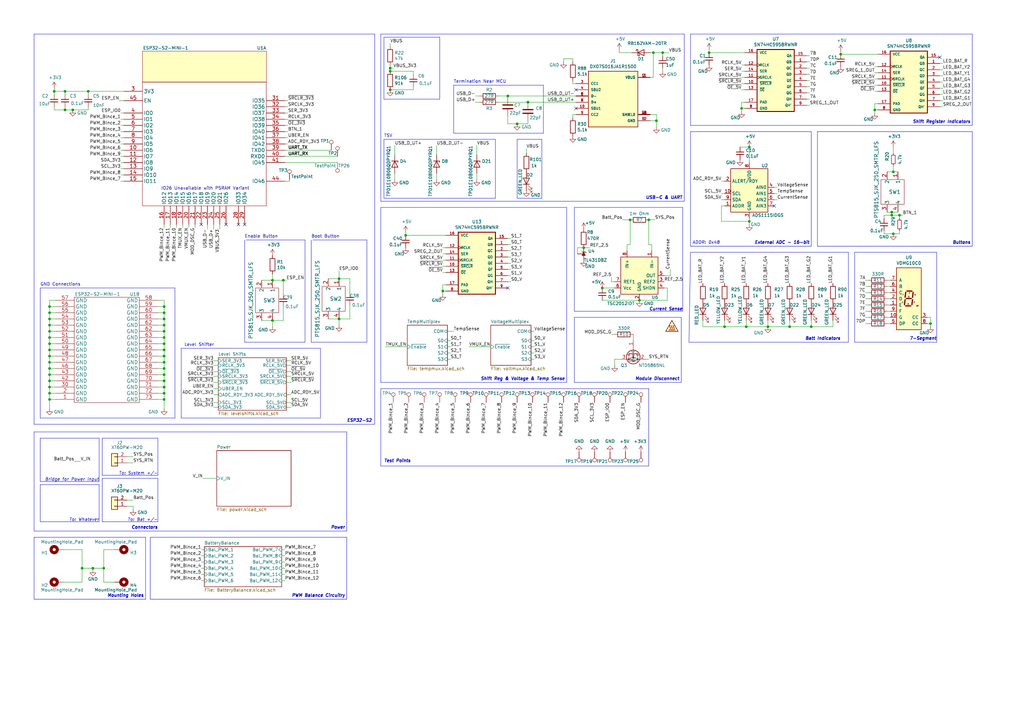
<source format=kicad_sch>
(kicad_sch (version 20250114) (generator "eeschema") (generator_version "9.0")
  (paper "A3")
  (title_block (title "Micro BMS") (rev "2.5") (company "Clement Hathaway"))
  (text "IO26 Unavailable with PSRAM Variant" (at 66.04 78.105 0) (effects (font (size 1.27 1.27)) (justify left bottom)))
  (text "To: System +/-" (at 64.77 194.945 0) (effects (font (size 1.27 1.27) (italic yes)) (justify right bottom)))
  (text "ESP32-S2" (at 142.24 173.355 0) (effects (font (size 1.27 1.27) (thickness 0.254) (bold yes) (italic yes)) (justify left bottom)))
  (text "Shift Reg & Voltage & Temp Sense" (at 231.775 156.21 0) (effects (font (size 1.27 1.27) (thickness 0.254) (bold yes) (italic yes)) (justify right bottom)))
  (text "Mounting Holes" (at 59.055 245.11 0) (effects (font (size 1.27 1.27) (thickness 0.254) (bold yes) (italic yes)) (justify right bottom)))
  (text "Level Shifter" (at 75.565 142.24 0) (effects (font (size 1.27 1.27)) (justify left bottom)))
  (text "Test Points\n" (at 157.48 189.865 0) (effects (font (size 1.27 1.27) (thickness 0.254) (bold yes) (italic yes)) (justify left bottom)))
  (text "Module Disconnect" (at 278.765 156.21 0) (effects (font (size 1.27 1.27) (thickness 0.254) (bold yes) (italic yes)) (justify right bottom)))
  (text "Shift Register Indicators" (at 398.145 50.8 0) (effects (font (size 1.27 1.27) (thickness 0.254) (bold yes) (italic yes)) (justify right bottom)))
  (text "To: Whatever" (at 40.64 213.995 0) (effects (font (size 1.27 1.27) (italic yes)) (justify right bottom)))
  (text "GND Connections" (at 16.51 117.475 0) (effects (font (size 1.27 1.27)) (justify left bottom)))
  (text "Buttons" (at 398.145 100.33 0) (effects (font (size 1.27 1.27) (thickness 0.254) (bold yes) (italic yes)) (justify right bottom)))
  (text "Enable Button" (at 100.33 97.79 0) (effects (font (size 1.27 1.27)) (justify left bottom)))
  (text "Connectors" (at 64.77 217.17 0) (effects (font (size 1.27 1.27) (thickness 0.254) (bold yes) (italic yes)) (justify right bottom)))
  (text "Batt Indicators" (at 344.805 139.7 0) (effects (font (size 1.27 1.27) (thickness 0.254) (bold yes) (italic yes)) (justify right bottom)))
  (text "Boot Button" (at 127.635 97.79 0) (effects (font (size 1.27 1.27)) (justify left bottom)))
  (text "To: Bat +/-" (at 64.77 213.995 0) (effects (font (size 1.27 1.27) (italic yes)) (justify right bottom)))
  (text "PWM Balance Circuitry" (at 141.605 245.11 0) (effects (font (size 1.27 1.27) (thickness 0.254) (bold yes) (italic yes)) (justify right bottom)))
  (text "ADDR: 0x48" (at 295.275 100.33 0) (effects (font (size 1.27 1.27) (italic yes)) (justify right bottom)))
  (text "USB-C & UART" (at 264.795 81.915 0) (effects (font (size 1.27 1.27) (thickness 0.254) (bold yes) (italic yes)) (justify left bottom)))
  (text "7-Segment" (at 384.175 139.7 0) (effects (font (size 1.27 1.27) (thickness 0.254) (bold yes) (italic yes)) (justify right bottom)))
  (text "Power" (at 141.605 217.17 0) (effects (font (size 1.27 1.27) (thickness 0.254) (bold yes) (italic yes)) (justify right bottom)))
  (text "Termination Near MCU" (at 186.055 34.29 0) (effects (font (size 1.27 1.27)) (justify left bottom)))
  (text "External ADC - 16-bit" (at 332.105 100.33 0) (effects (font (size 1.27 1.27) (thickness 0.254) (bold yes) (italic yes)) (justify right bottom)))
  (text "Bridge for Power Input" (at 40.64 197.485 0) (effects (font (size 1.27 1.27) (italic yes)) (justify right bottom)))
  (text "TSV" (at 157.48 56.515 0) (effects (font (size 1.27 1.27)) (justify left bottom)))
  (text "Current Sense" (at 280.035 127.635 0) (effects (font (size 1.27 1.27) (thickness 0.254) (bold yes) (italic yes)) (justify right bottom)))
  (junction (at 323.85 133.985))
  (junction (at 365.76 86.995))
  (junction (at 20.32 138.43))
  (junction (at 22.225 37.465))
  (junction (at 307.34 60.325))
  (junction (at 67.31 138.43))
  (junction (at 20.32 156.21))
  (junction (at 67.31 163.83))
  (junction (at 366.395 70.485))
  (junction (at 216.535 41.91))
  (junction (at 208.28 39.37))
  (junction (at 67.31 140.97))
  (junction (at 20.32 143.51))
  (junction (at 67.31 143.51))
  (junction (at 166.37 96.52))
  (junction (at 67.31 125.73))
  (junction (at 212.09 50.8))
  (junction (at 20.32 163.83))
  (junction (at 67.31 148.59))
  (junction (at 358.775 45.085))
  (junction (at 20.32 140.97))
  (junction (at 262.255 123.19))
  (junction (at 304.165 44.45))
  (junction (at 67.31 158.75))
  (junction (at 139.065 114.3))
  (junction (at 271.78 21.59))
  (junction (at 368.935 88.265))
  (junction (at 20.32 158.75))
  (junction (at 67.31 153.67))
  (junction (at 381.635 132.715))
  (junction (at 26.67 37.465))
  (junction (at 38.1 233.045))
  (junction (at 366.395 95.885))
  (junction (at 111.76 114.935))
  (junction (at 306.07 133.985))
  (junction (at 139.065 130.81))
  (junction (at 29.845 45.085))
  (junction (at 266.065 90.17))
  (junction (at 269.24 49.53))
  (junction (at 20.32 153.67))
  (junction (at 20.32 151.13))
  (junction (at 36.195 37.465))
  (junction (at 181.61 119.38))
  (junction (at 247.015 118.11))
  (junction (at 33.655 233.045))
  (junction (at 42.545 233.045))
  (junction (at 160.02 29.21))
  (junction (at 20.32 128.27))
  (junction (at 67.31 130.81))
  (junction (at 20.32 146.05))
  (junction (at 314.96 133.985))
  (junction (at 239.395 101.6))
  (junction (at 160.02 36.83))
  (junction (at 26.67 45.085))
  (junction (at 67.31 156.21))
  (junction (at 111.76 131.445))
  (junction (at 160.02 27.94))
  (junction (at 20.32 135.89))
  (junction (at 365.76 88.265))
  (junction (at 67.31 135.89))
  (junction (at 297.18 133.985))
  (junction (at 116.205 114.935))
  (junction (at 20.32 133.35))
  (junction (at 290.83 21.59))
  (junction (at 67.31 128.27))
  (junction (at 258.445 90.17))
  (junction (at 67.31 146.05))
  (junction (at 344.805 22.225))
  (junction (at 67.31 161.29))
  (junction (at 267.97 21.59))
  (junction (at 20.32 148.59))
  (junction (at 67.31 151.13))
  (junction (at 332.74 133.985))
  (junction (at 20.32 125.73))
  (junction (at 20.32 161.29))
  (junction (at 307.34 90.805))
  (junction (at 67.31 133.35))
  (junction (at 20.32 130.81))
  (no_connect (at 208.28 118.11))
  (no_connect (at 92.71 92.075))
  (no_connect (at 236.22 44.45))
  (no_connect (at 82.55 92.075))
  (no_connect (at 97.79 92.075))
  (no_connect (at 385.445 23.495))
  (no_connect (at 236.22 36.83))
  (no_connect (at 100.33 92.075))
  (no_connect (at 317.5 84.455))
  (polyline (pts (xy 125.095 98.425) (xy 125.095 140.335)))
  (polyline (pts (xy 71.755 171.45) (xy 71.755 118.11)))
  (wire (pts (xy 386.715 26.035) (xy 385.445 26.035)))
  (wire (pts (xy 82.55 238.125) (xy 83.82 238.125)))
  (wire (pts (xy 36.195 37.465) (xy 36.195 38.735)))
  (wire (pts (xy 116.205 120.65) (xy 116.205 114.935)))
  (wire (pts (xy 64.77 156.21) (xy 67.31 156.21)))
  (wire (pts (xy 208.28 110.49) (xy 209.55 110.49)))
  (wire (pts (xy 64.77 151.13) (xy 67.31 151.13)))
  (wire (pts (xy 169.545 36.83) (xy 160.02 36.83)))
  (polyline (pts (xy 71.755 118.11) (xy 16.51 118.11)))
  (wire (pts (xy 267.97 21.59) (xy 266.7 21.59)))
  (wire (pts (xy 305.435 34.29) (xy 304.165 34.29)))
  (wire (pts (xy 42.545 238.76) (xy 46.99 238.76)))
  (wire (pts (xy 49.53 56.515) (xy 50.8 56.515)))
  (wire (pts (xy 20.32 156.21) (xy 22.86 156.21)))
  (polyline (pts (xy 59.69 220.345) (xy 59.69 245.745)))
  (polyline (pts (xy 350.52 103.505) (xy 384.175 103.505)))
  (wire (pts (xy 20.32 125.73) (xy 22.86 125.73)))
  (wire (pts (xy 208.28 39.37) (xy 236.22 39.37)))
  (wire (pts (xy 366.395 70.485) (xy 363.855 70.485)))
  (wire (pts (xy 267.335 100.33) (xy 267.335 102.87)))
  (wire (pts (xy 116.84 66.675) (xy 138.43 66.675)))
  (wire (pts (xy 360.045 27.305) (xy 358.775 27.305)))
  (wire (pts (xy 116.84 227.965) (xy 115.57 227.965)))
  (wire (pts (xy 290.83 20.32) (xy 290.83 21.59)))
  (wire (pts (xy 20.32 153.67) (xy 20.32 156.21)))
  (wire (pts (xy 67.31 153.67) (xy 67.31 156.21)))
  (wire (pts (xy 67.31 128.27) (xy 67.31 130.81)))
  (wire (pts (xy 234.95 46.99) (xy 234.95 48.26)))
  (wire (pts (xy 64.77 140.97) (xy 67.31 140.97)))
  (polyline (pts (xy 212.09 57.15) (xy 212.09 81.28)))
  (wire (pts (xy 314.96 133.985) (xy 314.96 131.445)))
  (polyline (pts (xy 235.585 85.09) (xy 280.035 85.09)))
  (polyline (pts (xy 235.585 85.09) (xy 235.585 127.635)))
  (wire (pts (xy 362.585 95.885) (xy 362.585 94.615)))
  (wire (pts (xy 87.63 161.925) (xy 89.535 161.925)))
  (wire (pts (xy 297.18 84.455) (xy 295.91 84.455)))
  (wire (pts (xy 208.28 107.95) (xy 209.55 107.95)))
  (wire (pts (xy 160.02 29.21) (xy 160.02 27.94)))
  (wire (pts (xy 116.84 225.425) (xy 115.57 225.425)))
  (wire (pts (xy 365.125 125.095) (xy 363.855 125.095)))
  (polyline (pts (xy 40.64 197.485) (xy 40.64 179.705)))
  (wire (pts (xy 330.835 33.02) (xy 332.105 33.02)))
  (wire (pts (xy 370.205 88.265) (xy 368.935 88.265)))
  (wire (pts (xy 307.34 60.325) (xy 307.34 66.675)))
  (wire (pts (xy 38.1 233.045) (xy 38.1 233.68)))
  (wire (pts (xy 305.435 26.67) (xy 304.165 26.67)))
  (wire (pts (xy 297.18 133.985) (xy 288.29 133.985)))
  (polyline (pts (xy 156.21 85.09) (xy 232.41 85.09)))
  (wire (pts (xy 64.77 146.05) (xy 67.31 146.05)))
  (wire (pts (xy 54.61 187.325) (xy 52.07 187.325)))
  (wire (pts (xy 209.55 105.41) (xy 208.28 105.41)))
  (wire (pts (xy 82.55 227.965) (xy 83.82 227.965)))
  (wire (pts (xy 266.065 100.33) (xy 267.335 100.33)))
  (wire (pts (xy 87.63 152.4) (xy 89.535 152.4)))
  (wire (pts (xy 48.895 41.275) (xy 50.8 41.275)))
  (wire (pts (xy 87.63 92.075) (xy 87.63 93.98)))
  (wire (pts (xy 305.435 29.21) (xy 304.165 29.21)))
  (polyline (pts (xy 350.52 103.505) (xy 350.52 140.335)))
  (wire (pts (xy 186.055 135.89) (xy 183.515 135.89)))
  (polyline (pts (xy 41.91 179.705) (xy 41.91 194.945)))
  (wire (pts (xy 139.065 111.125) (xy 139.065 114.3)))
  (wire (pts (xy 362.585 95.885) (xy 366.395 95.885)))
  (wire (pts (xy 22.225 45.085) (xy 26.67 45.085)))
  (polyline (pts (xy 128.27 98.425) (xy 150.495 98.425)))
  (wire (pts (xy 67.31 92.075) (xy 67.31 93.345)))
  (polyline (pts (xy 13.97 177.165) (xy 13.97 217.805)))
  (wire (pts (xy 234.95 34.29) (xy 234.95 33.02)))
  (wire (pts (xy 354.965 125.095) (xy 356.235 125.095)))
  (wire (pts (xy 116.84 43.815) (xy 118.11 43.815)))
  (wire (pts (xy 354.965 117.475) (xy 356.235 117.475)))
  (wire (pts (xy 297.18 79.375) (xy 295.91 79.375)))
  (wire (pts (xy 386.715 28.575) (xy 385.445 28.575)))
  (wire (pts (xy 366.395 95.885) (xy 368.935 95.885)))
  (wire (pts (xy 208.28 47.625) (xy 208.28 50.8)))
  (wire (pts (xy 116.84 238.125) (xy 115.57 238.125)))
  (polyline (pts (xy 335.28 100.965) (xy 398.78 100.965)))
  (wire (pts (xy 83.185 196.215) (xy 88.9 196.215)))
  (wire (pts (xy 182.88 109.22) (xy 181.61 109.22)))
  (wire (pts (xy 42.545 238.76) (xy 42.545 233.045)))
  (wire (pts (xy 22.225 37.465) (xy 22.225 38.735)))
  (wire (pts (xy 20.32 156.21) (xy 20.32 158.75)))
  (wire (pts (xy 236.855 101.6) (xy 239.395 101.6)))
  (wire (pts (xy 216.535 49.53) (xy 216.535 50.8)))
  (wire (pts (xy 363.855 86.995) (xy 365.76 86.995)))
  (polyline (pts (xy 398.78 13.97) (xy 398.78 51.435)))
  (polyline (pts (xy 283.21 103.505) (xy 347.98 103.505)))
  (wire (pts (xy 143.51 130.81) (xy 139.065 130.81)))
  (wire (pts (xy 22.86 123.19) (xy 20.32 123.19)))
  (wire (pts (xy 116.84 61.595) (xy 135.89 61.595)))
  (wire (pts (xy 330.835 40.64) (xy 332.105 40.64)))
  (wire (pts (xy 64.77 133.35) (xy 67.31 133.35)))
  (wire (pts (xy 184.785 139.7) (xy 183.515 139.7)))
  (wire (pts (xy 358.775 46.355) (xy 358.775 45.085)))
  (polyline (pts (xy 156.21 13.97) (xy 280.67 13.97)))
  (wire (pts (xy 273.685 118.11) (xy 273.685 123.19)))
  (wire (pts (xy 267.97 21.59) (xy 271.78 21.59)))
  (wire (pts (xy 20.32 125.73) (xy 20.32 128.27)))
  (wire (pts (xy 386.715 38.735) (xy 385.445 38.735)))
  (wire (pts (xy 257.175 100.33) (xy 257.175 102.87)))
  (wire (pts (xy 26.035 238.76) (xy 33.655 238.76)))
  (wire (pts (xy 64.77 130.81) (xy 67.31 130.81)))
  (wire (pts (xy 117.475 167.005) (xy 119.38 167.005)))
  (wire (pts (xy 272.415 113.03) (xy 274.955 113.03)))
  (wire (pts (xy 305.435 44.45) (xy 304.165 44.45)))
  (wire (pts (xy 236.22 34.29) (xy 234.95 34.29)))
  (wire (pts (xy 20.32 138.43) (xy 20.32 140.97)))
  (polyline (pts (xy 350.52 140.335) (xy 384.175 140.335)))
  (wire (pts (xy 195.58 71.12) (xy 195.58 73.66)))
  (wire (pts (xy 290.83 21.59) (xy 305.435 21.59)))
  (polyline (pts (xy 283.21 53.975) (xy 283.21 100.965)))
  (polyline (pts (xy 61.595 245.745) (xy 142.24 245.745)))
  (wire (pts (xy 20.32 143.51) (xy 22.86 143.51)))
  (wire (pts (xy 67.31 123.19) (xy 67.31 125.73)))
  (wire (pts (xy 341.63 131.445) (xy 341.63 133.985)))
  (wire (pts (xy 219.075 139.7) (xy 217.805 139.7)))
  (wire (pts (xy 116.84 53.975) (xy 118.11 53.975)))
  (wire (pts (xy 304.165 45.72) (xy 304.165 44.45)))
  (polyline (pts (xy 222.885 54.61) (xy 186.055 54.61)))
  (wire (pts (xy 267.97 31.75) (xy 267.97 21.59)))
  (wire (pts (xy 87.63 159.385) (xy 89.535 159.385)))
  (wire (pts (xy 67.31 133.35) (xy 67.31 135.89)))
  (wire (pts (xy 67.31 143.51) (xy 67.31 146.05)))
  (polyline (pts (xy 347.98 103.505) (xy 347.98 140.335)))
  (wire (pts (xy 258.445 90.17) (xy 258.445 100.33)))
  (wire (pts (xy 219.075 142.24) (xy 217.805 142.24)))
  (wire (pts (xy 368.935 88.265) (xy 365.76 88.265)))
  (polyline (pts (xy 279.4 156.845) (xy 279.4 130.175)))
  (wire (pts (xy 181.61 119.38) (xy 181.61 116.84)))
  (wire (pts (xy 341.63 133.985) (xy 332.74 133.985)))
  (polyline (pts (xy 41.91 196.215) (xy 41.91 213.995)))
  (wire (pts (xy 64.77 161.29) (xy 67.31 161.29)))
  (wire (pts (xy 271.78 21.59) (xy 271.78 22.86)))
  (wire (pts (xy 26.67 43.815) (xy 26.67 45.085)))
  (wire (pts (xy 354.965 114.935) (xy 356.235 114.935)))
  (wire (pts (xy 169.545 35.56) (xy 169.545 36.83)))
  (wire (pts (xy 354.965 130.175) (xy 356.235 130.175)))
  (wire (pts (xy 354.965 127.635) (xy 356.235 127.635)))
  (wire (pts (xy 49.53 69.215) (xy 50.8 69.215)))
  (wire (pts (xy 20.32 128.27) (xy 22.86 128.27)))
  (polyline (pts (xy 384.175 140.335) (xy 384.175 103.505)))
  (polyline (pts (xy 100.33 140.335) (xy 100.33 98.425)))
  (wire (pts (xy 236.22 46.99) (xy 234.95 46.99)))
  (wire (pts (xy 20.32 163.83) (xy 22.86 163.83)))
  (polyline (pts (xy 222.885 34.925) (xy 222.885 54.61)))
  (polyline (pts (xy 180.34 15.24) (xy 157.48 15.24)))
  (polyline (pts (xy 131.445 142.875) (xy 131.445 171.45)))
  (wire (pts (xy 360.045 45.085) (xy 358.775 45.085)))
  (wire (pts (xy 208.28 115.57) (xy 209.55 115.57)))
  (wire (pts (xy 215.9 60.96) (xy 215.9 62.865)))
  (wire (pts (xy 77.47 92.075) (xy 77.47 93.345)))
  (wire (pts (xy 318.77 81.915) (xy 317.5 81.915)))
  (wire (pts (xy 20.32 130.81) (xy 22.86 130.81)))
  (wire (pts (xy 64.77 153.67) (xy 67.31 153.67)))
  (wire (pts (xy 182.88 101.6) (xy 181.61 101.6)))
  (polyline (pts (xy 157.48 81.28) (xy 203.2 81.28)))
  (wire (pts (xy 194.945 41.91) (xy 196.85 41.91)))
  (wire (pts (xy 386.715 36.195) (xy 385.445 36.195)))
  (wire (pts (xy 87.63 154.305) (xy 89.535 154.305)))
  (wire (pts (xy 368.3 70.485) (xy 366.395 70.485)))
  (wire (pts (xy 67.31 161.29) (xy 67.31 163.83)))
  (polyline (pts (xy 280.035 85.09) (xy 280.035 127.635)))
  (wire (pts (xy 20.32 151.13) (xy 20.32 153.67)))
  (polyline (pts (xy 150.495 140.335) (xy 127.635 140.335)))
  (polyline (pts (xy 235.585 127.635) (xy 280.035 127.635)))
  (wire (pts (xy 332.74 131.445) (xy 332.74 133.985)))
  (wire (pts (xy 269.24 46.99) (xy 269.24 49.53)))
  (wire (pts (xy 64.77 143.51) (xy 67.31 143.51)))
  (wire (pts (xy 330.835 25.4) (xy 332.105 25.4)))
  (wire (pts (xy 64.77 125.73) (xy 67.31 125.73)))
  (polyline (pts (xy 332.74 53.975) (xy 283.21 53.975)))
  (wire (pts (xy 365.76 88.265) (xy 365.76 86.995)))
  (wire (pts (xy 69.85 92.075) (xy 69.85 93.345)))
  (wire (pts (xy 247.015 118.11) (xy 252.095 118.11)))
  (wire (pts (xy 247.015 123.19) (xy 262.255 123.19)))
  (wire (pts (xy 20.32 148.59) (xy 20.32 151.13)))
  (wire (pts (xy 116.84 230.505) (xy 115.57 230.505)))
  (wire (pts (xy 330.835 30.48) (xy 332.105 30.48)))
  (wire (pts (xy 33.655 225.425) (xy 33.655 233.045)))
  (wire (pts (xy 358.775 45.085) (xy 358.775 42.545)))
  (wire (pts (xy 116.205 131.445) (xy 111.76 131.445)))
  (wire (pts (xy 330.835 27.94) (xy 332.105 27.94)))
  (wire (pts (xy 208.28 97.79) (xy 209.55 97.79)))
  (wire (pts (xy 363.855 127.635) (xy 365.125 127.635)))
  (wire (pts (xy 117.475 147.955) (xy 119.38 147.955)))
  (wire (pts (xy 160.02 17.78) (xy 160.02 19.05)))
  (wire (pts (xy 139.065 133.35) (xy 139.065 130.81)))
  (wire (pts (xy 67.31 138.43) (xy 67.31 140.97)))
  (wire (pts (xy 231.14 24.13) (xy 231.14 25.4)))
  (polyline (pts (xy 283.21 13.97) (xy 283.21 51.435)))
  (wire (pts (xy 386.715 33.655) (xy 385.445 33.655)))
  (wire (pts (xy 181.61 116.84) (xy 182.88 116.84)))
  (polyline (pts (xy 127.635 140.335) (xy 127.635 98.425)))
  (wire (pts (xy 143.51 120.015) (xy 143.51 114.3)))
  (polyline (pts (xy 186.055 34.925) (xy 186.055 54.61)))
  (wire (pts (xy 42.545 225.425) (xy 42.545 233.045)))
  (wire (pts (xy 117.475 165.1) (xy 119.38 165.1)))
  (wire (pts (xy 314.96 133.985) (xy 323.85 133.985)))
  (wire (pts (xy 365.125 117.475) (xy 363.855 117.475)))
  (wire (pts (xy 250.825 113.665) (xy 250.825 115.57)))
  (wire (pts (xy 111.76 112.395) (xy 111.76 114.935)))
  (polyline (pts (xy 142.24 220.345) (xy 142.24 245.745)))
  (wire (pts (xy 295.91 90.805) (xy 307.34 90.805)))
  (wire (pts (xy 273.685 123.19) (xy 262.255 123.19)))
  (wire (pts (xy 241.935 101.6) (xy 239.395 101.6)))
  (wire (pts (xy 64.77 135.89) (xy 67.31 135.89)))
  (wire (pts (xy 22.225 37.465) (xy 26.67 37.465)))
  (wire (pts (xy 116.205 114.935) (xy 117.475 114.935)))
  (wire (pts (xy 46.99 225.425) (xy 42.545 225.425)))
  (wire (pts (xy 259.08 21.59) (xy 254 21.59)))
  (wire (pts (xy 219.075 135.89) (xy 217.805 135.89)))
  (wire (pts (xy 184.785 142.24) (xy 183.515 142.24)))
  (polyline (pts (xy 64.77 179.705) (xy 41.91 179.705)))
  (wire (pts (xy 266.7 31.75) (xy 267.97 31.75)))
  (wire (pts (xy 64.77 128.27) (xy 67.31 128.27)))
  (wire (pts (xy 116.84 56.515) (xy 118.11 56.515)))
  (wire (pts (xy 116.205 125.73) (xy 116.205 131.445)))
  (wire (pts (xy 82.55 233.045) (xy 83.82 233.045)))
  (polyline (pts (xy 156.21 82.55) (xy 156.21 13.97)))
  (wire (pts (xy 36.195 37.465) (xy 50.8 37.465)))
  (wire (pts (xy 20.32 133.35) (xy 22.86 133.35)))
  (wire (pts (xy 26.67 45.085) (xy 29.845 45.085)))
  (polyline (pts (xy 13.97 245.745) (xy 59.69 245.745)))
  (polyline (pts (xy 156.21 156.845) (xy 156.21 85.09)))
  (wire (pts (xy 219.075 147.32) (xy 217.805 147.32)))
  (wire (pts (xy 354.965 122.555) (xy 356.235 122.555)))
  (wire (pts (xy 20.32 153.67) (xy 22.86 153.67)))
  (wire (pts (xy 80.01 92.075) (xy 80.01 93.345)))
  (polyline (pts (xy 157.48 57.15) (xy 157.48 81.28)))
  (wire (pts (xy 304.165 44.45) (xy 304.165 41.91)))
  (polyline (pts (xy 142.24 217.805) (xy 142.24 177.165)))
  (polyline (pts (xy 131.445 171.45) (xy 74.295 171.45)))
  (wire (pts (xy 67.31 125.73) (xy 67.31 128.27)))
  (polyline (pts (xy 156.21 159.385) (xy 266.065 159.385)))
  (polyline (pts (xy 266.065 159.385) (xy 266.065 191.135)))
  (wire (pts (xy 87.63 156.845) (xy 89.535 156.845)))
  (wire (pts (xy 258.445 100.33) (xy 257.175 100.33)))
  (wire (pts (xy 318.77 76.835) (xy 317.5 76.835)))
  (polyline (pts (xy 150.495 98.425) (xy 150.495 140.335)))
  (polyline (pts (xy 398.78 51.435) (xy 283.21 51.435)))
  (wire (pts (xy 166.37 95.25) (xy 166.37 96.52)))
  (wire (pts (xy 64.77 148.59) (xy 67.31 148.59)))
  (wire (pts (xy 117.475 154.305) (xy 119.38 154.305)))
  (wire (pts (xy 49.53 61.595) (xy 50.8 61.595)))
  (wire (pts (xy 20.32 143.51) (xy 20.32 146.05)))
  (wire (pts (xy 20.32 161.29) (xy 22.86 161.29)))
  (wire (pts (xy 67.31 135.89) (xy 67.31 138.43)))
  (wire (pts (xy 49.53 53.975) (xy 50.8 53.975)))
  (wire (pts (xy 209.55 102.87) (xy 208.28 102.87)))
  (wire (pts (xy 20.32 158.75) (xy 20.32 161.29)))
  (wire (pts (xy 49.53 74.295) (xy 50.8 74.295)))
  (wire (pts (xy 143.51 125.095) (xy 143.51 130.81)))
  (wire (pts (xy 266.7 46.99) (xy 269.24 46.99)))
  (wire (pts (xy 117.475 149.86) (xy 119.38 149.86)))
  (wire (pts (xy 365.125 120.015) (xy 363.855 120.015)))
  (wire (pts (xy 323.85 133.985) (xy 323.85 131.445)))
  (wire (pts (xy 297.18 133.985) (xy 306.07 133.985)))
  (wire (pts (xy 304.165 41.91) (xy 305.435 41.91)))
  (wire (pts (xy 116.84 46.355) (xy 118.11 46.355)))
  (wire (pts (xy 360.045 32.385) (xy 358.775 32.385)))
  (wire (pts (xy 182.88 106.68) (xy 181.61 106.68)))
  (wire (pts (xy 82.55 230.505) (xy 83.82 230.505)))
  (wire (pts (xy 169.545 29.21) (xy 160.02 29.21)))
  (wire (pts (xy 297.18 81.915) (xy 295.91 81.915)))
  (polyline (pts (xy 13.97 13.97) (xy 13.97 173.99)))
  (wire (pts (xy 20.32 128.27) (xy 20.32 130.81)))
  (wire (pts (xy 252.095 147.32) (xy 252.095 149.86)))
  (polyline (pts (xy 16.51 198.755) (xy 16.51 213.995)))
  (wire (pts (xy 49.53 71.755) (xy 50.8 71.755)))
  (wire (pts (xy 49.53 51.435) (xy 50.8 51.435)))
  (polyline (pts (xy 41.91 213.995) (xy 64.77 213.995)))
  (polyline (pts (xy 203.2 57.15) (xy 157.48 57.15)))
  (wire (pts (xy 274.955 113.03) (xy 274.955 110.49)))
  (wire (pts (xy 234.95 24.13) (xy 231.14 24.13)))
  (wire (pts (xy 360.045 29.845) (xy 358.775 29.845)))
  (wire (pts (xy 192.405 142.24) (xy 201.295 142.24)))
  (wire (pts (xy 182.88 104.14) (xy 181.61 104.14)))
  (wire (pts (xy 184.785 147.32) (xy 183.515 147.32)))
  (wire (pts (xy 360.045 22.225) (xy 344.805 22.225)))
  (polyline (pts (xy 16.51 197.485) (xy 40.64 197.485)))
  (wire (pts (xy 266.065 147.32) (xy 264.795 147.32)))
  (wire (pts (xy 386.715 31.115) (xy 385.445 31.115)))
  (wire (pts (xy 363.855 132.715) (xy 365.125 132.715)))
  (polyline (pts (xy 232.41 156.845) (xy 156.21 156.845)))
  (wire (pts (xy 179.07 59.69) (xy 179.07 63.5)))
  (wire (pts (xy 20.32 163.83) (xy 20.32 167.64)))
  (polyline (pts (xy 64.77 179.705) (xy 64.77 194.945)))
  (wire (pts (xy 365.76 86.995) (xy 368.3 86.995)))
  (polyline (pts (xy 156.21 191.135) (xy 156.21 159.385)))
  (wire (pts (xy 20.32 140.97) (xy 22.86 140.97)))
  (wire (pts (xy 306.07 133.985) (xy 314.96 133.985)))
  (wire (pts (xy 250.825 115.57) (xy 252.095 115.57)))
  (wire (pts (xy 330.835 38.1) (xy 332.105 38.1)))
  (wire (pts (xy 307.34 90.805) (xy 307.34 89.535)))
  (wire (pts (xy 169.545 30.48) (xy 169.545 29.21)))
  (wire (pts (xy 67.31 130.81) (xy 67.31 133.35)))
  (wire (pts (xy 297.18 74.295) (xy 295.91 74.295)))
  (wire (pts (xy 116.84 233.045) (xy 115.57 233.045)))
  (polyline (pts (xy 100.965 98.425) (xy 125.095 98.425)))
  (polyline (pts (xy 40.64 198.755) (xy 16.51 198.755)))
  (wire (pts (xy 318.77 79.375) (xy 317.5 79.375)))
  (wire (pts (xy 54.61 207.645) (xy 54.61 208.915)))
  (wire (pts (xy 195.58 59.69) (xy 195.58 63.5)))
  (wire (pts (xy 266.065 90.17) (xy 268.605 90.17)))
  (wire (pts (xy 179.07 71.12) (xy 179.07 73.66)))
  (wire (pts (xy 330.835 35.56) (xy 332.105 35.56)))
  (wire (pts (xy 116.84 51.435) (xy 118.11 51.435)))
  (wire (pts (xy 26.67 37.465) (xy 36.195 37.465)))
  (polyline (pts (xy 61.595 220.345) (xy 61.595 245.745)))
  (wire (pts (xy 386.715 41.275) (xy 385.445 41.275)))
  (polyline (pts (xy 283.21 100.965) (xy 332.74 100.965)))
  (wire (pts (xy 36.195 45.085) (xy 29.845 45.085)))
  (wire (pts (xy 184.785 144.78) (xy 183.515 144.78)))
  (wire (pts (xy 363.855 130.175) (xy 365.125 130.175)))
  (polyline (pts (xy 125.095 140.335) (xy 100.33 140.335)))
  (wire (pts (xy 20.32 161.29) (xy 20.32 163.83)))
  (wire (pts (xy 380.365 130.175) (xy 381.635 130.175)))
  (wire (pts (xy 87.63 165.1) (xy 89.535 165.1)))
  (wire (pts (xy 219.075 144.78) (xy 217.805 144.78)))
  (wire (pts (xy 111.76 133.985) (xy 111.76 131.445)))
  (wire (pts (xy 360.045 37.465) (xy 358.775 37.465)))
  (wire (pts (xy 33.655 233.045) (xy 38.1 233.045)))
  (wire (pts (xy 161.925 71.12) (xy 161.925 73.66)))
  (wire (pts (xy 67.31 148.59) (xy 67.31 151.13)))
  (wire (pts (xy 266.065 90.17) (xy 266.065 100.33)))
  (wire (pts (xy 297.18 131.445) (xy 297.18 133.985)))
  (wire (pts (xy 117.475 156.845) (xy 119.38 156.845)))
  (polyline (pts (xy 232.41 85.09) (xy 232.41 156.845)))
  (polyline (pts (xy 235.585 156.845) (xy 279.4 156.845)))
  (wire (pts (xy 139.065 114.3) (xy 134.62 114.3)))
  (polyline (pts (xy 203.2 81.28) (xy 203.2 57.15)))
  (polyline (pts (xy 180.34 40.64) (xy 180.34 15.24)))
  (wire (pts (xy 365.125 122.555) (xy 363.855 122.555)))
  (polyline (pts (xy 74.295 171.45) (xy 74.295 142.875)))
  (wire (pts (xy 366.395 67.945) (xy 366.395 70.485)))
  (wire (pts (xy 72.39 92.075) (xy 72.39 93.345)))
  (wire (pts (xy 36.195 43.815) (xy 36.195 45.085)))
  (wire (pts (xy 344.805 20.955) (xy 344.805 22.225)))
  (wire (pts (xy 158.115 142.24) (xy 167.005 142.24)))
  (wire (pts (xy 204.47 41.91) (xy 216.535 41.91)))
  (polyline (pts (xy 153.67 13.97) (xy 153.67 173.99)))
  (wire (pts (xy 208.28 50.8) (xy 212.09 50.8)))
  (wire (pts (xy 90.17 92.075) (xy 90.17 93.98)))
  (wire (pts (xy 303.53 60.325) (xy 307.34 60.325)))
  (wire (pts (xy 118.745 73.66) (xy 118.745 74.295)))
  (wire (pts (xy 368.935 95.885) (xy 368.935 94.615)))
  (wire (pts (xy 116.84 59.055) (xy 118.11 59.055)))
  (polyline (pts (xy 398.78 100.965) (xy 398.78 53.975)))
  (wire (pts (xy 234.95 25.4) (xy 234.95 24.13)))
  (wire (pts (xy 259.715 137.16) (xy 259.715 139.7)))
  (wire (pts (xy 111.76 114.935) (xy 107.315 114.935)))
  (wire (pts (xy 22.225 36.195) (xy 22.225 37.465)))
  (wire (pts (xy 20.32 135.89) (xy 20.32 138.43)))
  (wire (pts (xy 366.395 62.865) (xy 366.395 60.325)))
  (wire (pts (xy 208.28 113.03) (xy 209.55 113.03)))
  (wire (pts (xy 117.475 152.4) (xy 119.38 152.4)))
  (wire (pts (xy 54.61 189.865) (xy 52.07 189.865)))
  (wire (pts (xy 26.67 37.465) (xy 26.67 38.735)))
  (wire (pts (xy 385.445 43.815) (xy 386.715 43.815)))
  (polyline (pts (xy 40.64 198.755) (xy 40.64 213.995)))
  (polyline (pts (xy 222.25 57.15) (xy 212.09 57.15)))
  (wire (pts (xy 116.84 64.135) (xy 138.43 64.135)))
  (wire (pts (xy 26.035 225.425) (xy 33.655 225.425)))
  (wire (pts (xy 20.32 148.59) (xy 22.86 148.59)))
  (wire (pts (xy 20.32 133.35) (xy 20.32 135.89)))
  (polyline (pts (xy 16.51 179.705) (xy 40.64 179.705)))
  (polyline (pts (xy 74.295 142.875) (xy 131.445 142.875)))
  (wire (pts (xy 365.76 88.265) (xy 362.585 88.265)))
  (wire (pts (xy 87.63 149.86) (xy 89.535 149.86)))
  (wire (pts (xy 20.32 151.13) (xy 22.86 151.13)))
  (wire (pts (xy 332.74 133.985) (xy 323.85 133.985)))
  (wire (pts (xy 354.965 120.015) (xy 356.235 120.015)))
  (wire (pts (xy 20.32 140.97) (xy 20.32 143.51)))
  (wire (pts (xy 20.32 146.05) (xy 22.86 146.05)))
  (polyline (pts (xy 212.09 81.28) (xy 222.25 81.28)))
  (wire (pts (xy 204.47 39.37) (xy 208.28 39.37)))
  (wire (pts (xy 38.1 233.045) (xy 42.545 233.045)))
  (polyline (pts (xy 186.055 34.925) (xy 222.885 34.925)))
  (wire (pts (xy 116.84 235.585) (xy 115.57 235.585)))
  (wire (pts (xy 74.93 92.075) (xy 74.93 93.345)))
  (wire (pts (xy 64.77 138.43) (xy 67.31 138.43)))
  (wire (pts (xy 194.945 39.37) (xy 196.85 39.37)))
  (wire (pts (xy 255.27 90.17) (xy 258.445 90.17)))
  (wire (pts (xy 64.77 158.75) (xy 67.31 158.75)))
  (wire (pts (xy 49.53 66.675) (xy 50.8 66.675)))
  (wire (pts (xy 381.635 130.175) (xy 381.635 132.715)))
  (wire (pts (xy 182.88 111.76) (xy 181.61 111.76)))
  (wire (pts (xy 368.935 89.535) (xy 368.935 88.265)))
  (polyline (pts (xy 153.67 173.99) (xy 13.97 173.99)))
  (wire (pts (xy 67.31 140.97) (xy 67.31 143.51)))
  (wire (pts (xy 85.09 92.075) (xy 85.09 93.98)))
  (polyline (pts (xy 16.51 171.45) (xy 71.755 171.45)))
  (wire (pts (xy 307.34 92.075) (xy 307.34 90.805)))
  (wire (pts (xy 250.825 137.16) (xy 252.095 137.16)))
  (wire (pts (xy 360.045 34.925) (xy 358.775 34.925)))
  (wire (pts (xy 67.31 163.83) (xy 67.31 167.64)))
  (wire (pts (xy 254 20.32) (xy 254 21.59)))
  (wire (pts (xy 295.91 84.455) (xy 295.91 90.805)))
  (polyline (pts (xy 13.97 13.97) (xy 153.67 13.97)))
  (wire (pts (xy 33.02 189.23) (xy 30.48 189.23)))
  (wire (pts (xy 216.535 41.91) (xy 236.22 41.91)))
  (wire (pts (xy 67.31 151.13) (xy 67.31 153.67)))
  (polyline (pts (xy 282.575 140.335) (xy 347.98 140.335)))
  (wire (pts (xy 49.53 46.355) (xy 50.8 46.355)))
  (wire (pts (xy 116.84 48.895) (xy 118.11 48.895)))
  (wire (pts (xy 118.745 74.295) (xy 116.84 74.295)))
  (wire (pts (xy 330.835 43.18) (xy 332.105 43.18)))
  (polyline (pts (xy 156.21 82.55) (xy 280.67 82.55)))
  (polyline (pts (xy 16.51 118.11) (xy 16.51 171.45)))
  (polyline (pts (xy 283.21 13.97) (xy 398.78 13.97)))
  (wire (pts (xy 67.31 146.05) (xy 67.31 148.59)))
  (wire (pts (xy 181.61 120.65) (xy 181.61 119.38)))
  (polyline (pts (xy 235.585 130.175) (xy 235.585 156.845)))
  (polyline (pts (xy 61.595 220.345) (xy 142.24 220.345)))
  (wire (pts (xy 64.77 163.83) (xy 67.31 163.83)))
  (polyline (pts (xy 222.25 81.28) (xy 222.25 57.15)))
  (polyline (pts (xy 59.69 220.345) (xy 13.97 220.345)))
  (wire (pts (xy 22.225 43.815) (xy 22.225 45.085)))
  (wire (pts (xy 266.7 49.53) (xy 269.24 49.53)))
  (wire (pts (xy 381.635 132.715) (xy 380.365 132.715)))
  (wire (pts (xy 49.53 48.895) (xy 50.8 48.895)))
  (polyline (pts (xy 332.74 100.965) (xy 332.74 53.975)))
  (polyline (pts (xy 16.51 179.705) (xy 16.51 197.485)))
  (polyline (pts (xy 142.24 177.165) (xy 13.97 177.165)))
  (wire (pts (xy 111.76 131.445) (xy 107.315 131.445)))
  (wire (pts (xy 306.07 133.985) (xy 306.07 131.445)))
  (polyline (pts (xy 280.67 13.97) (xy 280.67 82.55)))
  (wire (pts (xy 82.55 235.585) (xy 83.82 235.585)))
  (wire (pts (xy 67.31 158.75) (xy 67.31 161.29)))
  (wire (pts (xy 52.07 207.645) (xy 54.61 207.645)))
  (wire (pts (xy 358.775 42.545) (xy 360.045 42.545)))
  (wire (pts (xy 139.065 130.81) (xy 134.62 130.81)))
  (wire (pts (xy 305.435 36.83) (xy 304.165 36.83)))
  (wire (pts (xy 273.685 118.11) (xy 272.415 118.11)))
  (wire (pts (xy 354.965 132.715) (xy 356.235 132.715)))
  (wire (pts (xy 166.37 96.52) (xy 182.88 96.52)))
  (wire (pts (xy 305.435 31.75) (xy 304.165 31.75)))
  (polyline (pts (xy 283.21 103.505) (xy 282.575 140.335)))
  (wire (pts (xy 143.51 114.3) (xy 139.065 114.3)))
  (polyline (pts (xy 266.065 191.135) (xy 156.21 191.135)))
  (polyline (pts (xy 13.97 220.345) (xy 13.97 245.745)))
  (wire (pts (xy 160.02 27.94) (xy 160.02 26.67)))
  (wire (pts (xy 20.32 123.19) (xy 20.32 125.73)))
  (polyline (pts (xy 40.64 213.995) (xy 16.51 213.995)))
  (polyline (pts (xy 13.97 217.805) (xy 142.24 217.805)))
  (wire (pts (xy 182.88 119.38) (xy 181.61 119.38)))
  (wire (pts (xy 54.61 205.105) (xy 52.07 205.105)))
  (wire (pts (xy 236.855 104.14) (xy 236.855 101.6)))
  (wire (pts (xy 208.28 100.33) (xy 209.55 100.33)))
  (wire (pts (xy 161.925 59.69) (xy 161.925 63.5)))
  (wire (pts (xy 20.32 146.05) (xy 20.32 148.59)))
  (polyline (pts (xy 235.585 130.175) (xy 279.4 130.175)))
  (polyline (pts (xy 41.91 196.215) (xy 64.77 196.215)))
  (wire (pts (xy 271.78 21.59) (xy 274.32 21.59)))
  (polyline (pts (xy 157.48 40.64) (xy 180.34 40.64)))
  (wire (pts (xy 269.24 49.53) (xy 269.24 52.07)))
  (wire (pts (xy 20.32 138.43) (xy 22.86 138.43)))
  (wire (pts (xy 271.78 27.94) (xy 271.78 29.21)))
  (wire (pts (xy 49.53 64.135) (xy 50.8 64.135)))
  (wire (pts (xy 381.635 133.985) (xy 381.635 132.715)))
  (wire (pts (xy 116.84 41.275) (xy 118.11 41.275)))
  (wire (pts (xy 33.655 238.76) (xy 33.655 233.045)))
  (wire (pts (xy 117.475 161.925) (xy 119.38 161.925)))
  (polyline (pts (xy 335.28 53.975) (xy 398.78 53.975)))
  (wire (pts (xy 362.585 89.535) (xy 362.585 88.265)))
  (wire (pts (xy 82.55 225.425) (xy 83.82 225.425)))
  (wire (pts (xy 208.28 39.37) (xy 208.28 40.005)))
  (wire (pts (xy 87.63 147.955) (xy 89.535 147.955)))
  (wire (pts (xy 252.095 147.32) (xy 254.635 147.32)))
  (wire (pts (xy 216.535 50.8) (xy 212.09 50.8)))
  (wire (pts (xy 20.32 158.75) (xy 22.86 158.75)))
  (wire (pts (xy 116.205 114.935) (xy 111.76 114.935)))
  (wire (pts (xy 20.32 135.89) (xy 22.86 135.89)))
  (wire (pts (xy 161.29 27.94) (xy 160.02 27.94)))
  (wire (pts (xy 87.63 167.005) (xy 89.535 167.005)))
  (wire (pts (xy 67.31 156.21) (xy 67.31 158.75)))
  (polyline (pts (xy 157.48 15.24) (xy 157.48 40.64)))
  (wire (pts (xy 64.77 123.19) (xy 67.31 123.19)))
  (polyline (pts (xy 64.77 194.945) (xy 41.91 194.945)))
  (wire (pts (xy 49.53 59.055) (xy 50.8 59.055)))
  (polyline (pts (xy 335.28 53.975) (xy 335.28 100.965)))
  (polyline (pts (xy 64.77 196.215) (xy 64.77 213.995)))
  (wire (pts (xy 330.835 22.86) (xy 332.105 22.86)))
  (wire (pts (xy 288.29 133.985) (xy 288.29 131.445)))
  (wire (pts (xy 20.32 130.81) (xy 20.32 133.35)))
  (wire (pts (xy 365.125 114.935) (xy 363.855 114.935)))
  (label "LED_BAT_G2" (at 386.715 38.735 0))
  (label "SREG_2_OUT" (at 181.61 104.14 180))
  (label "SER_5V" (at 304.165 29.21 180))
  (label "PWM_Blnce_3" (at 82.55 230.505 180))
  (label "ESP_EN" (at 117.475 114.935 0))
  (label "~{OE_5V}" (at 304.165 36.83 180))
  (label "USB_D-" (at 85.09 93.98 270))
  (label "~{SRCLR_5V}" (at 181.61 109.22 180))
  (label "SDA_3V3" (at 87.63 167.005 180))
  (label "PWM_Blnce_10" (at 116.84 233.045 0))
  (label "LED_BAT_Y2" (at 386.715 28.575 0))
  (label "SREG_1_OUT" (at 358.775 29.845 180))
  (label "S3_T" (at 209.55 105.41 0))
  (label "ADC_RDY_3V3" (at 87.63 161.925 180))
  (label "LED_BAT_G3" (at 386.715 36.195 0))
  (label "VBUS" (at 274.32 21.59 0))
  (label "SCL_5V" (at 119.38 165.1 0))
  (label "PWM_Blnce_1" (at 161.29 165.1 270))
  (label "SCL_5V" (at 295.91 79.375 180))
  (label "7DP" (at 332.105 25.4 0))
  (label "RCLK_5V" (at 119.38 149.86 0))
  (label "V_IN" (at 33.02 189.23 0))
  (label "UART_RX" (at 118.11 64.135 0) (effects (font (thickness 0.254) (bold yes))))
  (label "7C" (at 332.105 27.94 0))
  (label "USB_D+" (at 194.945 41.91 180))
  (label "CurrentSense" (at 318.77 81.915 0))
  (label "~{OE_5V}" (at 119.38 152.4 0))
  (label "RCLK_3V3" (at 87.63 149.86 180))
  (label "PWM_Blnce_7" (at 199.39 165.1 270))
  (label "PWM_Blnce_8" (at 116.84 227.965 0))
  (label "SCL_3V3" (at 87.63 165.1 180))
  (label "7E" (at 332.105 33.02 0))
  (label "ADC_RDY_5V" (at 295.91 74.295 180))
  (label "CurrentSense" (at 274.955 110.49 90))
  (label "PWM_Blnce_12" (at 231.14 165.1 270))
  (label "SER_3V3" (at 87.63 147.955 180))
  (label "SRCLK_5V" (at 181.61 106.68 180))
  (label "PWM_Blnce_11" (at 69.85 93.345 270))
  (label "S3_V" (at 209.55 110.49 0))
  (label "S1_T" (at 184.785 142.24 0))
  (label "PWM_Blnce_4" (at 82.55 233.045 180))
  (label "PWM_Blnce_8" (at 49.53 71.755 180))
  (label "USB_D_UT-" (at 179.07 59.69 0))
  (label "PWM_Blnce_9" (at 49.53 64.135 180))
  (label "PWM_Blnce_6" (at 49.53 61.595 180))
  (label "S0_V" (at 209.55 115.57 0))
  (label "SYS_RTN" (at 266.065 147.32 0))
  (label "7B" (at 332.105 22.86 0))
  (label "VBUS_3V3" (at 161.29 27.94 0))
  (label "PWM_Blnce_7" (at 116.84 225.425 0))
  (label "S0_V" (at 219.075 139.7 0))
  (label "~{SRCLR_3V3}" (at 87.63 156.845 180))
  (label "LED_BAT_G4" (at 386.715 33.655 0))
  (label "UBER_EN" (at 87.63 159.385 180))
  (label "VBUS" (at 215.9 60.96 0))
  (label "SDA_3V3" (at 49.53 66.675 180))
  (label "SRCLK_5V" (at 119.38 154.305 0))
  (label "7DP" (at 354.965 132.715 180))
  (label "7E" (at 354.965 125.095 180))
  (label "SRCLK_3V3" (at 118.11 43.815 0))
  (label "SRCLK_3V3" (at 87.63 154.305 180))
  (label "S1_V" (at 209.55 113.03 0))
  (label "MOD_DSC_G" (at 80.01 93.345 270))
  (label "USB_D_UT-" (at 235.585 39.37 180))
  (label "MOD_DSC_G" (at 262.89 165.1 270))
  (label "LED_BAT_R" (at 386.715 26.035 0))
  (label "~{OE_5V}" (at 358.775 37.465 180))
  (label "~{SRCLR_5V}" (at 119.38 156.845 0))
  (label "7C" (at 354.965 120.015 180))
  (label "ESP_IO0" (at 250.19 165.1 270))
  (label "S3_V" (at 219.075 147.32 0))
  (label "ESP_IO0" (at 139.065 111.125 0))
  (label "USB_D-" (at 194.945 39.37 180))
  (label "VMUX_EN" (at 77.47 93.345 270))
  (label "TMUX_EN" (at 158.115 142.24 0))
  (label "BTN_1" (at 118.11 53.975 0))
  (label "ADC_RDY_3V3" (at 118.11 59.055 0))
  (label "PWM_Blnce_4" (at 49.53 56.515 180))
  (label "PWM_Blnce_3" (at 49.53 53.975 180))
  (label "PWM_Blnce_10" (at 72.39 93.345 270))
  (label "V_IN" (at 83.185 196.215 180))
  (label "SREG_1_OUT" (at 332.105 43.18 0))
  (label "SYS_Pos" (at 268.605 90.17 0))
  (label "VoltageSense" (at 318.77 76.835 0))
  (label "VBUS" (at 160.02 17.78 0))
  (label "LED_BAT_G1" (at 386.715 41.275 0))
  (label "REF_2.5" (at 250.825 113.665 180))
  (label "7D" (at 354.965 122.555 180))
  (label "LED_BAT_Y1" (at 306.07 116.205 90))
  (label "~{OE_3V3}" (at 118.11 51.435 0))
  (label "PWM_Blnce_6" (at 193.04 165.1 270))
  (label "REF_2.5" (at 241.935 101.6 0))
  (label "S2_V" (at 209.55 107.95 0))
  (label "SER_3V3" (at 118.11 46.355 0))
  (label "RCLK_5V" (at 304.165 26.67 180))
  (label "PWM_Blnce_8" (at 205.74 165.1 270))
  (label "7F" (at 354.965 127.635 180))
  (label "VBUS_3V3" (at 90.17 93.98 270))
  (label "Batt_Pos" (at 255.27 90.17 180))
  (label "7G" (at 354.965 130.175 180))
  (label "ESP_EN" (at 256.54 165.1 270))
  (label "LED_BAT_R" (at 288.29 116.205 90))
  (label "PWM_Blnce_4" (at 180.34 165.1 270))
  (label "VMUX_EN" (at 192.405 142.24 0))
  (label "TMUX_EN" (at 74.93 93.345 270))
  (label "PWM_Blnce_5" (at 186.69 165.1 270))
  (label "7D" (at 332.105 30.48 0))
  (label "~{OE_5V}" (at 181.61 111.76 180))
  (label "Batt_Pos" (at 30.48 189.23 180))
  (label "USB_D_UT+" (at 161.925 59.69 0))
  (label "PWM_Blnce_2" (at 82.55 227.965 180))
  (label "SREG_2_OUT" (at 386.715 43.815 0))
  (label "TempSense" (at 318.77 79.375 0))
  (label "USB_D+" (at 87.63 93.98 270))
  (label "PWM_Blnce_11" (at 224.79 165.1 270))
  (label "SYS_RTN" (at 54.61 189.865 0))
  (label "BTN_1" (at 370.205 88.265 0))
  (label "RCLK_3V3" (at 118.11 48.895 0))
  (label "SCL_3V3" (at 243.84 165.1 270))
  (label "LED_BAT_Y1" (at 386.715 31.115 0))
  (label "ESP_EN" (at 48.895 41.275 180))
  (label "SRCLK_5V" (at 304.165 31.75 180))
  (label "RCLK_5V" (at 181.61 101.6 180))
  (label "Batt_Pos" (at 54.61 205.105 0))
  (label "7A" (at 332.105 40.64 0))
  (label "PWM_Blnce_11" (at 116.84 235.585 0))
  (label "UBER_EN" (at 118.11 56.515 0))
  (label "~{OE_3V3}" (at 87.63 152.4 180))
  (label "PWM_Blnce_9" (at 212.09 165.1 270))
  (label "7B" (at 354.965 117.475 180))
  (label "PWM_Blnce_2" (at 49.53 51.435 180))
  (label "7A" (at 354.965 114.935 180))
  (label "PWM_Blnce_12" (at 67.31 93.345 270))
  (label "SER_5V" (at 119.38 147.955 0))
  (label "TempSense" (at 186.055 135.89 0))
  (label "PWM_Blnce_12" (at 116.84 238.125 0))
  (label "SYS_Pos" (at 54.61 187.325 0))
  (label "7F" (at 332.105 38.1 0))
  (label "S1_T" (at 209.55 97.79 0))
  (label "PWM_Blnce_2" (at 167.64 165.1 270))
  (label "SCL_3V3" (at 49.53 69.215 180))
  (label "S2_V" (at 219.075 144.78 0))
  (label "S0_T" (at 184.785 139.7 0))
  (label "S3_T" (at 184.785 147.32 0))
  (label "LED_BAT_G4" (at 314.96 116.205 90))
  (label "PWM_Blnce_3" (at 173.99 165.1 270))
  (label "S1_V" (at 219.075 142.24 0))
  (label "PWM_Blnce_9" (at 116.84 230.505 0))
  (label "~{SRCLR_5V}" (at 358.775 34.925 180))
  (label "~{SRCLR_5V}" (at 304.165 34.29 180))
  (label "MOD_DSC_G" (at 250.825 137.16 180))
  (label "LED_BAT_G2" (at 332.74 116.205 90))
  (label "ADC_RDY_5V" (at 119.38 161.925 0))
  (label "~{SRCLR_3V3}" (at 118.11 41.275 0))
  (label "PWM_Blnce_1" (at 49.53 48.895 180))
  (label "SDA_3V3" (at 237.49 165.1 270))
  (label "VoltageSense" (at 219.075 135.89 0))
  (label "PWM_Blnce_5" (at 49.53 59.055 180))
  (label "PWM_Blnce_5" (at 82.55 235.585 180))
  (label "7G" (at 332.105 35.56 0))
  (label "LED_BAT_G3" (at 323.85 116.205 90))
  (label "S2_T" (at 209.55 102.87 0))
  (label "VBUS" (at 195.58 59.69 0))
  (label "PWM_Blnce_10" (at 218.44 165.1 270))
  (label "USB_D_UT+" (at 235.585 41.91 180))
  (label "ESP_IO0" (at 49.53 46.355 180))
  (label "SDA_5V" (at 119.38 167.005 0))
  (label "PWM_Blnce_1" (at 82.55 225.425 180))
  (label "UART_TX" (at 118.11 61.595 0) (effects (font (thickness 0.254) (bold yes))))
  (label "S2_T" (at 184.785 144.78 0))
  (label "REF_2.5" (at 272.415 115.57 0))
  (label "SRCLK_5V" (at 358.775 32.385 180))
  (label "SDA_5V" (at 295.91 81.915 180))
  (label "PWM_Blnce_7" (at 49.53 74.295 180))
  (label "PWM_Blnce_6" (at 82.55 238.125 180))
  (label "S0_T" (at 209.55 100.33 0))
  (label "LED_BAT_Y2" (at 297.18 116.205 90))
  (label "RCLK_5V" (at 358.775 27.305 180))
  (label "LED_BAT_G1" (at 341.63 116.205 90))
  (symbol (lib_id "Device:C_Small") (at 26.67 41.275 0) (unit 1)
    (property "Reference" "C3" (at 28.575 39.37 0) (effects (justify left)))
    (property "Value" "0.1uF" (at 29.0068 42.418 0) (effects (justify left)))
    (property "Footprint" "Capacitor_SMD:C_0402_1005Metric" (effects (hide yes)))
    (property "Datasheet" "https://www.yageo.com/upload/media/product/productsearch/datasheet/mlcc/UPY-GPHC_X7R_6.3V-to-250V_22.pdf" (effects (hide yes)))
    (property "Part Number" "CC0402KRX7R7BB104" (effects (hide yes)))
    (property "Digikey Number" "311-1338-1-ND" (effects (hide yes)))
    (property "Price ($)" "0.1" (effects (hide yes)))
    (property "Comment" "0.1 µF ±10% 16V Ceramic Capacitor X7R 0402 (1005 Metric)" (effects (hide yes)))
  )
  (symbol (lib_id "Device:C_Small") (at 22.225 41.275 0) (unit 1)
    (property "Reference" "C2" (at 17.145 39.37 0) (effects (justify left)))
    (property "Value" "10uF" (at 15.875 42.545 0) (effects (justify left)))
    (property "Footprint" "Capacitor_SMD:C_0805_2012Metric" (effects (hide yes)))
    (property "Datasheet" "https://content.kemet.com/datasheets/KEM_C1006_X5R_SMD.pdf" (effects (hide yes)))
    (property "Part Number" "C0805C106K8PACTU" (effects (hide yes)))
    (property "Digikey Number" "399-4925-2-ND" (effects (hide yes)))
    (property "Price ($)" "0.14" (effects (hide yes)))
    (property "Comment" "10µF ±10% 10V Ceramic Capacitor X5R 0805 (2012 Metric)" (effects (hide yes)))
  )
  (symbol (lib_id "power:GND") (at 29.845 45.085 0) (unit 1)
    (property "Reference" "#PWR08" (effects (hide yes)))
    (property "Value" "GND" (at 33.655 46.355 0))
  )
  (symbol (lib_id "Analog_ADC:ADS1115IDGS") (at 307.34 79.375 0) (mirror y) (unit 1)
    (property "Reference" "U2" (at 313.69 67.945 0))
    (property "Value" "ADS1115IDGS" (at 314.96 88.265 0))
    (property "Footprint" "Package_SO:TSSOP-10_3x3mm_P0.5mm" (effects (hide yes)))
    (property "Datasheet" "http://www.ti.com/lit/ds/symlink/ads1113.pdf" (effects (hide yes)))
    (property "Part Number" "ADS1115IDGSR" (effects (hide yes)))
    (property "Digikey Number" "296-38849-2-ND" (effects (hide yes)))
    (property "Price ($)" "5.30" (effects (hide yes)))
    (property "Comment" "16 Bit Analog to Digital Converter 2, 4 Input 1 Sigma-Delta 10-VSSOP" (effects (hide yes)))
  )
  (symbol (lib_id "power:+5V") (at 307.34 60.325 0) (unit 1)
    (property "Reference" "#PWR03" (effects (hide yes)))
    (property "Value" "+5V" (at 307.721 55.9308 0))
  )
  (symbol (lib_id "power:GND") (at 303.53 65.405 0) (unit 1)
    (property "Reference" "#PWR06" (effects (hide yes)))
    (property "Value" "GND" (at 299.72 66.675 0))
  )
  (symbol (lib_id "power:GND") (at 252.095 149.86 0) (unit 1)
    (property "Reference" "#PWR025" (effects (hide yes)))
    (property "Value" "GND" (at 248.285 151.13 0))
  )
  (symbol (lib_id "uBMS-Parts:TSC2012IDT") (at 262.255 113.03 0) (unit 1)
    (property "Reference" "U6" (at 268.605 121.92 0))
    (property "Value" "TSC2012IDT" (at 254.635 124.46 0))
    (property "Footprint" "Package_SO:SO-8_3.9x4.9mm_P1.27mm" (effects (hide yes)))
    (property "Datasheet" "https://www.st.com/resource/en/datasheet/tsc2012.pdf" (effects (hide yes)))
    (property "Part Number" "TSC2012IDT" (effects (hide yes)))
    (property "Digikey Number" "497-TSC2012IDTTR-ND" (effects (hide yes)))
    (property "Price ($)" "0.93" (effects (hide yes)))
    (property "Comment" "Current Sense Amplifier 1 Circuit  8-SOIC" (effects (hide yes)))
  )
  (symbol (lib_id "power:GND") (at 262.255 123.19 0) (unit 1)
    (property "Reference" "#PWR026" (effects (hide yes)))
    (property "Value" "GND" (at 266.065 124.46 0))
  )
  (symbol (lib_id "power:+5V") (at 247.015 118.11 0) (unit 1)
    (property "Reference" "#PWR023" (effects (hide yes)))
    (property "Value" "+5V" (at 244.475 115.57 0))
  )
  (symbol (lib_id "Device:R") (at 239.395 97.79 0) (unit 1)
    (property "Reference" "R8" (at 240.665 95.25 0) (effects (justify left)))
    (property "Value" "470R" (at 240.665 97.79 0) (effects (justify left)))
    (property "Footprint" "Resistor_SMD:R_0402_1005Metric" (effects (hide yes)))
    (property "Datasheet" "https://www.yageo.com/upload/media/product/productsearch/datasheet/rchip/PYu-RC_Group_51_RoHS_L_12.pdf" (effects (hide yes)))
    (property "Comment" "470 Ohms ±1% 0.063W, 1/16W Chip Resistor 0402 (1005 Metric) Moisture Resistant Thick Film" (effects (hide yes)))
    (property "Digikey Number" "311-470LRCT-ND" (effects (hide yes)))
    (property "Part Number" "RC0402FR-07470RL" (effects (hide yes)))
    (property "Price ($)" "0.1" (effects (hide yes)))
  )
  (symbol (lib_id "Device:R") (at 262.255 90.17 270) (unit 1)
    (property "Reference" "R7" (at 262.255 90.17 90))
    (property "Value" "1m Ohm" (at 262.255 87.63 90))
    (property "Footprint" "Resistor_SMD:R_2512_CSNL2512" (effects (hide yes)))
    (property "Datasheet" "https://www.seielect.com/catalog/sei-csnl.pdf" (effects (hide yes)))
    (property "Part Number" "CSNL2512FT1L00" (effects (hide yes)))
    (property "Digikey Number" "CSNL2512FT1L00TR-ND" (effects (hide yes)))
    (property "Price ($)" "0.59" (effects (hide yes)))
    (property "Comment" "1 mOhms ±1% 2W Chip Resistor 2512 (6432 Metric) Current Sense, Moisture Resistant Metal Element" (effects (hide yes)))
  )
  (symbol (lib_id "power:+5V") (at 239.395 93.98 0) (unit 1)
    (property "Reference" "#PWR019" (effects (hide yes)))
    (property "Value" "+5V" (at 241.935 91.44 0))
  )
  (symbol (lib_id "uBMS-Parts:NTD5865NL") (at 259.715 147.32 270) (unit 1)
    (property "Reference" "Q3" (at 255.905 149.86 90))
    (property "Value" "NTD5865NL" (at 267.335 149.86 90))
    (property "Footprint" "Package_TO_SOT_SMD:TO-252-2" (effects (hide yes)))
    (property "Datasheet" "https://www.onsemi.com/pub/Collateral/NTD5865NL-D.PDF" (effects (hide yes)))
    (property "Part Number" "NTD5865NLT4G" (effects (hide yes)))
    (property "Digikey Number" "NTD5865NLT4GOSTR-ND" (effects (hide yes)))
    (property "Price ($)" "0.67" (effects (hide yes)))
    (property "Comment" "N-Channel 60V 46A (Tc) 71W (Tc) Surface Mount DPAK" (effects (hide yes)))
  )
  (symbol (lib_id "Device:R") (at 255.905 137.16 270) (unit 1)
    (property "Reference" "R10" (at 255.905 137.16 90))
    (property "Value" "330R" (at 255.905 134.62 90))
    (property "Footprint" "Resistor_SMD:R_0402_1005Metric" (effects (hide yes)))
    (property "Datasheet" "https://www.yageo.com/upload/media/product/productsearch/datasheet/rchip/PYu-RC_Group_51_RoHS_L_12.pdf" (effects (hide yes)))
    (property "Comment" "330 Ohms ±1% 0.063W, 1/16W Chip Resistor 0402 (1005 Metric) Moisture Resistant Thick Film" (effects (hide yes)))
    (property "Digikey Number" "311-330LRCT-ND" (effects (hide yes)))
    (property "Part Number" "RC0402FR-07330RL" (effects (hide yes)))
    (property "Price ($)" "0.1" (effects (hide yes)))
  )
  (symbol (lib_id "Reference_Voltage:TL431DBZ") (at 239.395 104.14 90) (unit 1)
    (property "Reference" "U4" (at 241.173 102.9716 90) (effects (justify right)))
    (property "Value" "TL431DBZ" (at 239.395 106.68 90) (effects (justify right)))
    (property "Footprint" "Package_TO_SOT_SMD:SOT-23" (effects (hide yes)))
    (property "Datasheet" "http://www.ti.com/lit/ds/symlink/tl431.pdf" (effects (hide yes)))
    (property "Part Number" "TL431ACDBZR" (effects (hide yes)))
    (property "Digkey Number" "296-17328-2-ND" (effects (hide yes)))
    (property "Price ($)" "0.36" (effects (hide yes)))
    (property "Comment" "Shunt Voltage Reference IC 36V ±1%  SOT-23-3" (effects (hide yes)))
  )
  (symbol (lib_id "Graphic:SYM_Hot_Small") (at 275.59 133.985 0) (unit 1)
    (property "Reference" "#SYM1" (effects (hide yes)))
    (property "Value" "SYM_Hot_Small" (effects (hide yes)))
  )
  (symbol (lib_id "power:GND") (at 307.34 92.075 0) (unit 1)
    (property "Reference" "#PWR018" (effects (hide yes)))
    (property "Value" "GND" (at 309.88 92.075 0))
  )
  (symbol (lib_id "power:GND") (at 239.395 106.68 0) (unit 1)
    (property "Reference" "#PWR022" (effects (hide yes)))
    (property "Value" "GND" (at 241.935 109.22 0))
  )
  (symbol (lib_id "Device:R_Small") (at 368.935 92.075 180) (unit 1)
    (property "Reference" "R29" (at 366.395 90.805 90))
    (property "Value" "4.7k" (at 371.602 92.075 90))
    (property "Footprint" "Resistor_SMD:R_0402_1005Metric" (effects (hide yes)))
    (property "Datasheet" "https://www.yageo.com/upload/media/product/productsearch/datasheet/rchip/PYu-RC_Group_51_RoHS_L_12.pdf" (effects (hide yes)))
    (property "Comment" "4.7 kOhms ±1% 0.063W, 1/16W Chip Resistor 0402 (1005 Metric) Moisture Resistant Thick Film" (effects (hide yes)))
    (property "Digikey Number" "311-4.7KLRCT-ND" (effects (hide yes)))
    (property "Part Number" "RC0402FR-074K7L" (effects (hide yes)))
    (property "Price ($)" "0.1" (effects (hide yes)))
  )
  (symbol (lib_id "power:+3V3") (at 366.395 60.325 0) (unit 1)
    (property "Reference" "#PWR034" (effects (hide yes)))
    (property "Value" "+3V3" (at 366.776 55.9308 0))
  )
  (symbol (lib_id "power:GND") (at 366.395 95.885 0) (unit 1)
    (property "Reference" "#PWR038" (effects (hide yes)))
    (property "Value" "GND" (at 362.585 97.155 0))
  )
  (symbol (lib_id "uBMS-Parts:VDMG10C0") (at 372.745 122.555 0) (unit 1)
    (property "Reference" "U9" (at 372.745 105.6132 0))
    (property "Value" "VDMG10C0" (at 372.745 107.9246 0))
    (property "Footprint" "Display_7Segment:VDMG10C0" (effects (hide yes)))
    (property "Datasheet" "https://www.vishay.com/docs/84196/vdmx10x0.pdf" (effects (hide yes)))
    (property "Part Number" "VDMG10C0" (effects (hide yes)))
    (property "Digikey Number" "VDMG10C0TR-ND" (effects (hide yes)))
    (property "Price ($)" "1.75" (effects (hide yes)))
    (property "Comment" "Display Modules - LED Character and Numeric Green 7-Segment 1 Character Common Cathode 2V 20mA 0.591\" H x 0.386\" W x 0.124\" D (15.00mm x 9.80mm x 3.15mm) 10-SMD, No Lead" (effects (hide yes)))
  )
  (symbol (lib_id "power:GND") (at 381.635 133.985 0) (unit 1)
    (property "Reference" "#PWR041" (effects (hide yes)))
    (property "Value" "GND" (at 379.095 136.525 0))
  )
  (symbol (lib_id "Device:LED") (at 314.96 127.635 90) (unit 1)
    (property "Reference" "D7" (at 314.96 125.095 90) (effects (justify right)))
    (property "Value" "GREEN_LED" (at 312.42 122.555 0) (effects (justify right)))
    (property "Footprint" "LED_SMD:LED_0603_1608Metric" (effects (hide yes)))
    (property "Datasheet" "https://www.we-online.de/web/en/index.php/download/media/07_electronic_components/download_center_1/application_notes_berichte/ano002_leds___the_future_of_horticultural_lighting/ANO002b_EN_LEDs_The_Future_of_Horticultural_Lighting.pdf" (effects (hide yes)))
    (property "Part Number" "150060VS55040" (effects (hide yes)))
    (property "Digikey Number" "732-12017-2-ND" (effects (hide yes)))
    (property "Price ($)" "0.18" (effects (hide yes)))
    (property "Comment" "Green 573nm LED Indication - Discrete 2V 0603 (1608 Metric)" (effects (hide yes)))
  )
  (symbol (lib_id "Device:LED") (at 306.07 127.635 90) (unit 1)
    (property "Reference" "D6" (at 306.07 125.095 90) (effects (justify right)))
    (property "Value" "YELLOW_LED" (at 303.53 121.285 0) (effects (justify right)))
    (property "Footprint" "LED_SMD:LED_0603_1608Metric" (effects (hide yes)))
    (property "Datasheet" "https://www.we-online.de/web/en/index.php/download/media/07_electronic_components/download_center_1/application_notes_berichte/ano002_leds___the_future_of_horticultural_lighting/ANO002b_EN_LEDs_The_Future_of_Horticultural_Lighting.pdf" (effects (hide yes)))
    (property "Part Number" "150060YS55040" (effects (hide yes)))
    (property "Digikey Number" "732-12018-2-ND" (effects (hide yes)))
    (property "Price ($)" "0.18" (effects (hide yes)))
    (property "Comment" "Yellow 589nm LED Indication - Discrete 2V 0603 (1608 Metric)" (effects (hide yes)))
  )
  (symbol (lib_id "Device:LED") (at 288.29 127.635 90) (unit 1)
    (property "Reference" "D5" (at 288.29 125.095 90) (effects (justify right)))
    (property "Value" "RED_LED" (at 285.75 125.095 0) (effects (justify right)))
    (property "Footprint" "LED_SMD:LED_0603_1608Metric" (effects (hide yes)))
    (property "Datasheet" "https://www.we-online.de/web/en/index.php/download/media/07_electronic_components/download_center_1/application_notes_berichte/ano002_leds___the_future_of_horticultural_lighting/ANO002b_EN_LEDs_The_Future_of_Horticultural_Lighting.pdf" (effects (hide yes)))
    (property "Part Number" "150060SS55040" (effects (hide yes)))
    (property "Digikey Number" "732-12016-2-ND" (effects (hide yes)))
    (property "Price ($)" "0.18" (effects (hide yes)))
    (property "Comment" "Red 630nm LED Indication - Discrete 2V 0603 (1608 Metric)" (effects (hide yes)))
  )
  (symbol (lib_id "power:GND") (at 314.96 133.985 0) (unit 1)
    (property "Reference" "#PWR040" (effects (hide yes)))
    (property "Value" "GND" (at 311.15 136.525 0))
  )
  (symbol (lib_id "Device:R_Small") (at 366.395 65.405 180) (unit 1)
    (property "Reference" "R20" (at 363.855 64.135 90))
    (property "Value" "4.7k" (at 369.062 65.405 90))
    (property "Footprint" "Resistor_SMD:R_0402_1005Metric" (effects (hide yes)))
    (property "Datasheet" "https://www.yageo.com/upload/media/product/productsearch/datasheet/rchip/PYu-RC_Group_51_RoHS_L_12.pdf" (effects (hide yes)))
    (property "Comment" "4.7 kOhms ±1% 0.063W, 1/16W Chip Resistor 0402 (1005 Metric) Moisture Resistant Thick Film" (effects (hide yes)))
    (property "Digikey Number" "311-4.7KLRCT-ND" (effects (hide yes)))
    (property "Part Number" "RC0402FR-074K7L" (effects (hide yes)))
    (property "Price ($)" "0.1" (effects (hide yes)))
  )
  (symbol (lib_id "Device:D_Zener") (at 161.925 67.31 270) (unit 1)
    (property "Reference" "D4" (at 163.957 66.1416 90) (effects (justify left)))
    (property "Value" "TPD1E10B06QDPYRQ1" (at 159.385 59.69 0) (effects (justify left)))
    (property "Footprint" "Diode_SMD:D_0402_1005Metric" (effects (hide yes)))
    (property "Datasheet" "https://www.ti.com/lit/ds/symlink/tpd1e10b06-q1.pdf?HQS=TI-null-null-digikeymode-df-pf-null-wwe&ts=1606712128437" (effects (hide yes)))
    (property "Part Number" "TPD1E10B06QDPYRQ1" (effects (hide yes)))
    (property "Digikey Number" "296-TPD1E10B06QDPYRQ1TR-ND" (effects (hide yes)))
    (property "Price ($)" "0.41" (effects (hide yes)))
    (property "Comment" "TVS DIODE 5.5V 14V 2X1SON" (effects (hide yes)))
  )
  (symbol (lib_id "power:GND") (at 161.925 73.66 0) (mirror y) (unit 1)
    (property "Reference" "#PWR092" (effects (hide yes)))
    (property "Value" "GND" (at 165.735 74.93 0))
  )
  (symbol (lib_id "power:GND") (at 179.07 73.66 0) (mirror y) (unit 1)
    (property "Reference" "#PWR093" (effects (hide yes)))
    (property "Value" "GND" (at 182.88 74.93 0))
  )
  (symbol (lib_id "power:GND") (at 195.58 73.66 0) (mirror y) (unit 1)
    (property "Reference" "#PWR094" (effects (hide yes)))
    (property "Value" "GND" (at 199.39 74.93 0))
  )
  (symbol (lib_id "Device:C_Small") (at 362.585 92.075 0) (unit 1)
    (property "Reference" "C4" (at 358.775 90.805 0) (effects (justify left)))
    (property "Value" "0.1uF" (at 356.87 94.615 0) (effects (justify left)))
    (property "Footprint" "Capacitor_SMD:C_0402_1005Metric" (effects (hide yes)))
    (property "Datasheet" "https://www.yageo.com/upload/media/product/productsearch/datasheet/mlcc/UPY-GPHC_X7R_6.3V-to-250V_22.pdf" (effects (hide yes)))
    (property "Part Number" "CC0402KRX7R7BB104" (effects (hide yes)))
    (property "Digikey Number" "311-1338-1-ND" (effects (hide yes)))
    (property "Price ($)" "0.1" (effects (hide yes)))
    (property "Comment" "0.1 µF ±10% 16V Ceramic Capacitor X7R 0402 (1005 Metric)" (effects (hide yes)))
  )
  (symbol (lib_id "Device:C_Small") (at 247.015 120.65 0) (unit 1)
    (property "Reference" "C9" (at 249.3518 119.4816 0) (effects (justify left)))
    (property "Value" "0.1uF" (at 249.3518 121.793 0) (effects (justify left)))
    (property "Footprint" "Capacitor_SMD:C_0402_1005Metric" (effects (hide yes)))
    (property "Datasheet" "https://www.yageo.com/upload/media/product/productsearch/datasheet/mlcc/UPY-GPHC_X7R_6.3V-to-250V_22.pdf" (effects (hide yes)))
    (property "Part Number" "CC0402KRX7R7BB104" (effects (hide yes)))
    (property "Digikey Number" "311-1338-1-ND" (effects (hide yes)))
    (property "Price ($)" "0.1" (effects (hide yes)))
    (property "Comment" "0.1 µF ±10% 16V Ceramic Capacitor X7R 0402 (1005 Metric)" (effects (hide yes)))
  )
  (symbol (lib_id "Device:C_Small") (at 303.53 62.865 0) (unit 1)
    (property "Reference" "C10" (at 305.8668 61.6966 0) (effects (justify left)))
    (property "Value" "0.1uF" (at 305.8668 64.008 0) (effects (justify left)))
    (property "Footprint" "Capacitor_SMD:C_0402_1005Metric" (effects (hide yes)))
    (property "Datasheet" "https://www.yageo.com/upload/media/product/productsearch/datasheet/mlcc/UPY-GPHC_X7R_6.3V-to-250V_22.pdf" (effects (hide yes)))
    (property "Part Number" "CC0402KRX7R7BB104" (effects (hide yes)))
    (property "Digikey Number" "311-1338-1-ND" (effects (hide yes)))
    (property "Price ($)" "0.1" (effects (hide yes)))
    (property "Comment" "0.1 µF ±10% 16V Ceramic Capacitor X7R 0402 (1005 Metric)" (effects (hide yes)))
  )
  (symbol (lib_id "Connector_Generic:Conn_01x02") (at 46.99 189.865 180) (unit 1)
    (property "Reference" "J2" (at 49.0728 181.61 0))
    (property "Value" "XT60PW-M20" (at 52.07 183.515 0))
    (property "Footprint" "ClementsFootprints:XT60PW-M20" (effects (hide yes)))
    (property "Datasheet" "https://www.tme.eu/Document/9b8d0c5eb7094295f3d3112c214d3ade/XT60PW%20SPEC.pdf" (effects (hide yes)))
  )
  (symbol (lib_id "ClementsSymbols:SN74HC595BRWNR") (at 195.58 107.95 0) (unit 1)
    (property "Reference" "U13" (at 195.58 90.932 0))
    (property "Value" "SN74HC595BRWNR" (at 195.58 93.2434 0))
    (property "Footprint" "ClementsFootprints:QFN40P250X250X50-17N" (effects (hide yes)))
    (property "Datasheet" "https://www.ti.com/lit/ds/symlink/sn74hc595b.pdf?HQS=TI-null-null-digikeymode-df-pf-null-wwe&ts=1607732633037" (effects (hide yes)))
    (property "Part Number" "SN74HC595BRWNR" (effects (hide yes)))
    (property "Digikey Number" "296-44070-2-ND" (effects (hide yes)))
    (property "Price ($)" "0.49" (effects (hide yes)))
    (property "MF" "Texas Instruments" (effects (hide yes)))
    (property "PACKAGE" "XFQFN-16 Texas Instruments" (effects (hide yes)))
    (property "DESCRIPTION" "8-Bit Shift Registers With 3-State Output 16-X1QFN -55 to 125" (effects (hide yes)))
    (property "MP" "SN74HC595BRWNR" (effects (hide yes)))
    (property "STANDARD" "IPC-7351B" (effects (hide yes)))
    (property "PRICE" "0.27 USD" (effects (hide yes)))
    (property "AVAILABILITY" "Good" (effects (hide yes)))
    (property "Comment" "Shift Shift Register 1 Element 8 Bit 16-X1QFN (2.5x2.5)" (effects (hide yes)))
  )
  (symbol (lib_id "power:GND") (at 54.61 208.915 0) (unit 1)
    (property "Reference" "#PWR037" (effects (hide yes)))
    (property "Value" "GND" (at 58.42 210.185 0))
  )
  (symbol (lib_id "ClementsSymbols:DX07S016JA1R1500") (at 251.46 39.37 0) (unit 1)
    (property "Reference" "J1" (at 251.46 24.9682 0))
    (property "Value" "DX07S016JA1R1500" (at 251.46 27.2796 0))
    (property "Footprint" "ClementsFootprints:DX07S016JA1R1500" (effects (hide yes)))
    (property "Datasheet" "https://www.jae.com/direct/topics/topics_file_download/?topics_id=91780&ext_no=04&_lang=en&v=2020041313384666992409" (effects (hide yes)))
    (property "MAXIMUM_PACKAGE_HEIGHT" "3.31 mm" (effects (hide yes)))
    (property "PARTREV" "1" (effects (hide yes)))
    (property "MANUFACTURER" "JAE Industry Ltd." (effects (hide yes)))
    (property "STANDARD" "Manufacturer Recommendations" (effects (hide yes)))
    (property "Part Number" "DX07S016JA1R1500" (effects (hide yes)))
    (property "Digikey Number" "670-DX07S016JA1R1500TR-ND" (effects (hide yes)))
    (property "Price ($)" "1.51" (effects (hide yes)))
    (property "Comment" "USB-C (USB TYPE-C) USB 2.0 Receptacle Connector 24 (16+8 Dummy) Position Surface Mount, Right Angle; Through Hole" (effects (hide yes)))
  )
  (symbol (lib_id "Connector_Generic:Conn_01x02") (at 46.99 207.645 180) (unit 1)
    (property "Reference" "J3" (at 49.0728 199.39 0))
    (property "Value" "XT60PW-M20" (at 52.07 201.295 0))
    (property "Footprint" "ClementsFootprints:XT60PW-M20" (effects (hide yes)))
    (property "Datasheet" "https://www.tme.eu/Document/9b8d0c5eb7094295f3d3112c214d3ade/XT60PW%20SPEC.pdf" (effects (hide yes)))
  )
  (symbol (lib_id "Device:D_Zener") (at 179.07 67.31 270) (unit 1)
    (property "Reference" "D8" (at 181.102 66.1416 90) (effects (justify left)))
    (property "Value" "TPD1E10B06QDPYRQ1" (at 176.53 59.69 0) (effects (justify left)))
    (property "Footprint" "Diode_SMD:D_0402_1005Metric" (effects (hide yes)))
    (property "Datasheet" "https://www.ti.com/lit/ds/symlink/tpd1e10b06-q1.pdf?HQS=TI-null-null-digikeymode-df-pf-null-wwe&ts=1606712128437" (effects (hide yes)))
    (property "Part Number" "TPD1E10B06QDPYRQ1" (effects (hide yes)))
    (property "Digikey Number" "296-TPD1E10B06QDPYRQ1TR-ND" (effects (hide yes)))
    (property "Price ($)" "0.41" (effects (hide yes)))
    (property "Comment" "TVS DIODE 5.5V 14V 2X1SON" (effects (hide yes)))
  )
  (symbol (lib_id "Device:D_Zener") (at 195.58 67.31 270) (unit 1)
    (property "Reference" "D21" (at 197.612 66.1416 90) (effects (justify left)))
    (property "Value" "TPD1E10B06QDPYRQ1" (at 193.04 59.69 0) (effects (justify left)))
    (property "Footprint" "Diode_SMD:D_0402_1005Metric" (effects (hide yes)))
    (property "Datasheet" "https://www.ti.com/lit/ds/symlink/tpd1e10b06-q1.pdf?HQS=TI-null-null-digikeymode-df-pf-null-wwe&ts=1606712128437" (effects (hide yes)))
    (property "Part Number" "TPD1E10B06QDPYRQ1" (effects (hide yes)))
    (property "Digikey Number" "296-TPD1E10B06QDPYRQ1TR-ND" (effects (hide yes)))
    (property "Price ($)" "0.41" (effects (hide yes)))
    (property "Comment" "TVS DIODE 5.5V 14V 2X1SON" (effects (hide yes)))
  )
  (symbol (lib_id "power:GND") (at 234.95 55.88 0) (unit 1)
    (property "Reference" "#PWR096" (effects (hide yes)))
    (property "Value" "GND" (at 238.76 57.15 0))
  )
  (symbol (lib_id "power:GND") (at 231.14 25.4 0) (mirror y) (unit 1)
    (property "Reference" "#PWR095" (effects (hide yes)))
    (property "Value" "GND" (at 227.33 26.67 0))
  )
  (symbol (lib_id "ClementsSymbols:PTS815_SJK_250_SMTR_LFS") (at 366.395 78.74 270) (unit 1)
    (property "Reference" "SW1" (at 364.49 78.74 90) (effects (font (size 1.524 1.524)) (justify left)))
    (property "Value" "PTS815_SJK_250_SMTR_LFS" (at 359.41 57.785 0) (effects (font (size 1.524 1.524)) (justify left)))
    (property "Footprint" "ClementsFootprints:PTS815_SJK_250_SMTR_LFS" (effects (hide yes)))
    (property "Datasheet" "https://www.ckswitches.com/media/2728/pts815.pdf" (effects (hide yes)))
    (property "Part Number" "PTS815_SJK_250_SMTR_LFS" (effects (hide yes)))
    (property "Digikey Number" "CKN12216-2-ND" (effects (hide yes)))
    (property "Price ($)" "0.19" (effects (hide yes)))
    (property "Comment" "Tactile Switch SPST-NO Top Actuated Surface Mount" (effects (hide yes)))
  )
  (symbol (lib_id "Device:C_Small") (at 166.37 99.06 0) (mirror y) (unit 1)
    (property "Reference" "C40" (at 165.1 97.79 0) (effects (justify left)))
    (property "Value" "0.1uF" (at 165.1 100.33 0) (effects (justify left)))
    (property "Footprint" "Capacitor_SMD:C_0402_1005Metric" (effects (hide yes)))
    (property "Datasheet" "https://www.yageo.com/upload/media/product/productsearch/datasheet/mlcc/UPY-GPHC_X7R_6.3V-to-250V_22.pdf" (effects (hide yes)))
    (property "Part Number" "CC0402KRX7R7BB104" (effects (hide yes)))
    (property "Digikey Number" "311-1338-1-ND" (effects (hide yes)))
    (property "Price ($)" "0.1" (effects (hide yes)))
    (property "Comment" "0.1 µF ±10% 16V Ceramic Capacitor X7R 0402 (1005 Metric)" (effects (hide yes)))
  )
  (symbol (lib_id "power:GND") (at 166.37 101.6 0) (mirror y) (unit 1)
    (property "Reference" "#PWR027" (effects (hide yes)))
    (property "Value" "GND" (at 163.83 104.14 0))
  )
  (symbol (lib_id "power:GND") (at 181.61 120.65 0) (mirror y) (unit 1)
    (property "Reference" "#PWR033" (effects (hide yes)))
    (property "Value" "GND" (at 179.07 123.19 0))
  )
  (symbol (lib_id "ClementsSymbols:PTS815_SJK_250_SMTR_LFS") (at 137.16 122.555 270) (unit 1)
    (property "Reference" "SW2" (at 135.255 122.555 90) (effects (font (size 1.524 1.524)) (justify left)))
    (property "Value" "PTS815_SJK_250_SMTR_LFS" (at 130.175 106.68 0) (effects (font (size 1.524 1.524)) (justify left)))
    (property "Footprint" "ClementsFootprints:PTS815_SJK_250_SMTR_LFS" (effects (hide yes)))
    (property "Datasheet" "https://www.ckswitches.com/media/2728/pts815.pdf" (effects (hide yes)))
    (property "Part Number" "PTS815_SJK_250_SMTR_LFS" (effects (hide yes)))
    (property "Digikey Number" "CKN12216-2-ND" (effects (hide yes)))
    (property "Price ($)" "0.19" (effects (hide yes)))
    (property "Comment" "Tactile Switch SPST-NO Top Actuated Surface Mount" (effects (hide yes)))
  )
  (symbol (lib_id "ClementsSymbols:PTS815_SJK_250_SMTR_LFS") (at 109.855 123.19 270) (unit 1)
    (property "Reference" "SW3" (at 107.95 123.19 90) (effects (font (size 1.524 1.524)) (justify left)))
    (property "Value" "PTS815_SJK_250_SMTR_LFS" (at 102.87 107.315 0) (effects (font (size 1.524 1.524)) (justify left)))
    (property "Footprint" "ClementsFootprints:PTS815_SJK_250_SMTR_LFS" (effects (hide yes)))
    (property "Datasheet" "https://www.ckswitches.com/media/2728/pts815.pdf" (effects (hide yes)))
    (property "Part Number" "PTS815_SJK_250_SMTR_LFS" (effects (hide yes)))
    (property "Digikey Number" "CKN12216-2-ND" (effects (hide yes)))
    (property "Price ($)" "0.19" (effects (hide yes)))
    (property "Comment" "Tactile Switch SPST-NO Top Actuated Surface Mount" (effects (hide yes)))
  )
  (symbol (lib_id "Device:C_Small") (at 143.51 122.555 0) (mirror y) (unit 1)
    (property "Reference" "C38" (at 147.32 121.285 0) (effects (justify left)))
    (property "Value" "0.1uF" (at 149.86 125.095 0) (effects (justify left)))
    (property "Footprint" "Capacitor_SMD:C_0402_1005Metric" (effects (hide yes)))
    (property "Datasheet" "https://www.yageo.com/upload/media/product/productsearch/datasheet/mlcc/UPY-GPHC_X7R_6.3V-to-250V_22.pdf" (effects (hide yes)))
    (property "Part Number" "CC0402KRX7R7BB104" (effects (hide yes)))
    (property "Digikey Number" "311-1338-1-ND" (effects (hide yes)))
    (property "Price ($)" "0.1" (effects (hide yes)))
    (property "Comment" "0.1 µF ±10% 16V Ceramic Capacitor X7R 0402 (1005 Metric)" (effects (hide yes)))
  )
  (symbol (lib_id "Device:C_Small") (at 116.205 123.19 0) (mirror y) (unit 1)
    (property "Reference" "C39" (at 120.015 121.92 0) (effects (justify left)))
    (property "Value" "0.1uF" (at 122.555 125.73 0) (effects (justify left)))
    (property "Footprint" "Capacitor_SMD:C_0402_1005Metric" (effects (hide yes)))
    (property "Datasheet" "https://www.yageo.com/upload/media/product/productsearch/datasheet/mlcc/UPY-GPHC_X7R_6.3V-to-250V_22.pdf" (effects (hide yes)))
    (property "Part Number" "CC0402KRX7R7BB104" (effects (hide yes)))
    (property "Digikey Number" "311-1338-1-ND" (effects (hide yes)))
    (property "Price ($)" "0.1" (effects (hide yes)))
    (property "Comment" "0.1 µF ±10% 16V Ceramic Capacitor X7R 0402 (1005 Metric)" (effects (hide yes)))
  )
  (symbol (lib_id "power:GND") (at 139.065 133.35 0) (unit 1)
    (property "Reference" "#PWR088" (effects (hide yes)))
    (property "Value" "GND" (at 135.255 134.62 0))
  )
  (symbol (lib_id "power:GND") (at 111.76 133.985 0) (unit 1)
    (property "Reference" "#PWR097" (effects (hide yes)))
    (property "Value" "GND" (at 107.95 135.255 0))
  )
  (symbol (lib_id "power:+5V") (at 166.37 95.25 0) (unit 1)
    (property "Reference" "#PWR015" (effects (hide yes)))
    (property "Value" "+5V" (at 166.751 90.8558 0))
  )
  (symbol (lib_id "Device:R") (at 160.02 22.86 0) (unit 1)
    (property "Reference" "R22" (at 161.798 21.6916 0) (effects (justify left)))
    (property "Value" "47k" (at 161.798 24.003 0) (effects (justify left)))
    (property "Footprint" "Resistor_SMD:R_0402_1005Metric" (effects (hide yes)))
    (property "Datasheet" "https://www.yageo.com/upload/media/product/productsearch/datasheet/rchip/PYu-RC_Group_51_RoHS_L_12.pdf" (effects (hide yes)))
    (property "Comment" "47 kOhms ±1% 0.063W, 1/16W Chip Resistor 0402 (1005 Metric) Moisture Resistant Thick Film" (effects (hide yes)))
    (property "Digikey Number" "311-47.0KLRCT-ND" (effects (hide yes)))
    (property "Part Number" "RC0402FR-0747KL" (effects (hide yes)))
    (property "Price ($)" "0.1" (effects (hide yes)))
  )
  (symbol (lib_id "Device:R") (at 160.02 33.02 0) (unit 1)
    (property "Reference" "R106" (at 161.798 31.8516 0) (effects (justify left)))
    (property "Value" "91k" (at 161.798 34.163 0) (effects (justify left)))
    (property "Footprint" "Resistor_SMD:R_0402_1005Metric" (effects (hide yes)))
    (property "Datasheet" "https://www.yageo.com/upload/media/product/productsearch/datasheet/rchip/PYu-RC_Group_51_RoHS_L_12.pdf" (effects (hide yes)))
    (property "Comment" "91 kOhms ±1% 0.063W, 1/16W Chip Resistor 0402 (1005 Metric) Moisture Resistant Thick Film" (effects (hide yes)))
    (property "Digikey Number" "311-91.0KLRCT-ND" (effects (hide yes)))
    (property "Part Number" "RC0402FR-0791KL" (effects (hide yes)))
    (property "Price ($)" "0.1" (effects (hide yes)))
  )
  (symbol (lib_id "power:GND") (at 160.02 36.83 0) (unit 1)
    (property "Reference" "#PWR09" (effects (hide yes)))
    (property "Value" "GND" (at 163.83 38.1 0))
  )
  (symbol (lib_id "Device:LED") (at 323.85 127.635 90) (unit 1)
    (property "Reference" "D22" (at 323.85 125.095 90) (effects (justify right)))
    (property "Value" "GREEN_LED" (at 321.31 122.555 0) (effects (justify right)))
    (property "Footprint" "LED_SMD:LED_0603_1608Metric" (effects (hide yes)))
    (property "Datasheet" "https://www.we-online.de/web/en/index.php/download/media/07_electronic_components/download_center_1/application_notes_berichte/ano002_leds___the_future_of_horticultural_lighting/ANO002b_EN_LEDs_The_Future_of_Horticultural_Lighting.pdf" (effects (hide yes)))
    (property "Part Number" "150060VS55040" (effects (hide yes)))
    (property "Digikey Number" "732-12017-2-ND" (effects (hide yes)))
    (property "Price ($)" "0.18" (effects (hide yes)))
    (property "Comment" "Green 573nm LED Indication - Discrete 2V 0603 (1608 Metric)" (effects (hide yes)))
  )
  (symbol (lib_id "Device:R") (at 234.95 29.21 180) (unit 1)
    (property "Reference" "R88" (at 236.728 28.0416 0) (effects (justify right)))
    (property "Value" "5.1k" (at 236.728 30.353 0) (effects (justify right)))
    (property "Footprint" "Resistor_SMD:R_0402_1005Metric" (effects (hide yes)))
    (property "Datasheet" "https://www.yageo.com/upload/media/product/productsearch/datasheet/rchip/PYu-RC_Group_51_RoHS_L_12.pdf" (effects (hide yes)))
    (property "Comment" "5.1 kOhms ±1% 0.063W, 1/16W Chip Resistor 0402 (1005 Metric) Moisture Resistant Thick Film" (effects (hide yes)))
    (property "Digikey Number" "311-5.10KLRCT-ND" (effects (hide yes)))
    (property "Part Number" "RC0402FR-075K1L" (effects (hide yes)))
    (property "Price ($)" "0.1" (effects (hide yes)))
  )
  (symbol (lib_id "Device:R") (at 234.95 52.07 180) (unit 1)
    (property "Reference" "R30" (at 236.728 50.9016 0) (effects (justify right)))
    (property "Value" "5.1k" (at 236.728 53.213 0) (effects (justify right)))
    (property "Footprint" "Resistor_SMD:R_0402_1005Metric" (effects (hide yes)))
    (property "Datasheet" "https://www.yageo.com/upload/media/product/productsearch/datasheet/rchip/PYu-RC_Group_51_RoHS_L_12.pdf" (effects (hide yes)))
    (property "Comment" "5.1 kOhms ±1% 0.063W, 1/16W Chip Resistor 0402 (1005 Metric) Moisture Resistant Thick Film" (effects (hide yes)))
    (property "Digikey Number" "311-5.10KLRCT-ND" (effects (hide yes)))
    (property "Part Number" "RC0402FR-075K1L" (effects (hide yes)))
    (property "Price ($)" "0.1" (effects (hide yes)))
  )
  (symbol (lib_id "Device:D_Schottky") (at 262.89 21.59 0) (unit 1)
    (property "Reference" "D1" (at 262.89 24.13 0))
    (property "Value" "RB162VAM-20TR" (at 265.43 17.78 0))
    (property "Footprint" "Diode_SMD:D_TUMD2" (effects (hide yes)))
    (property "Datasheet" "https://d1d2qsbl8m0m72.cloudfront.net/en/products/databook/datasheet/discrete/diode/schottky_barrier/rb162vam-20tr-e.pdf" (effects (hide yes)))
    (property "Part Number" "RB162VAM-20TR" (effects (hide yes)))
    (property "Digikey Number" "RB162VAM-20TRTR-ND" (effects (hide yes)))
    (property "Price ($)" "0.35" (effects (hide yes)))
    (property "Comment" "DIODE SCHOTTKY 20V 1A TUMD2M" (effects (hide yes)))
  )
  (symbol (lib_id "power:+5V") (at 254 20.32 0) (unit 1)
    (property "Reference" "#PWR012" (effects (hide yes)))
    (property "Value" "+5V" (at 254.381 15.9258 0))
  )
  (symbol (lib_id "power:GND") (at 269.24 52.07 0) (unit 1)
    (property "Reference" "#PWR030" (effects (hide yes)))
    (property "Value" "GND" (at 273.05 53.34 0))
  )
  (symbol (lib_id "ClementsSymbols:SN74HC595BRWNR") (at 318.135 33.02 0) (unit 1)
    (property "Reference" "U7" (at 318.135 16.002 0))
    (property "Value" "SN74HC595BRWNR" (at 318.135 18.3134 0))
    (property "Footprint" "ClementsFootprints:QFN40P250X250X50-17N" (effects (hide yes)))
    (property "Datasheet" "https://www.ti.com/lit/ds/symlink/sn74hc595b.pdf?HQS=TI-null-null-digikeymode-df-pf-null-wwe&ts=1607732633037" (effects (hide yes)))
    (property "MF" "Texas Instruments" (effects (hide yes)))
    (property "PACKAGE" "XFQFN-16 Texas Instruments" (effects (hide yes)))
    (property "DESCRIPTION" "8-Bit Shift Registers With 3-State Output 16-X1QFN -55 to 125" (effects (hide yes)))
    (property "MP" "SN74HC595BRWNR" (effects (hide yes)))
    (property "STANDARD" "IPC-7351B" (effects (hide yes)))
    (property "PRICE" "0.27 USD" (effects (hide yes)))
    (property "AVAILABILITY" "Good" (effects (hide yes)))
  )
  (symbol (lib_id "Device:C_Small") (at 290.83 24.13 0) (mirror y) (unit 1)
    (property "Reference" "C1" (at 289.56 22.86 0) (effects (justify left)))
    (property "Value" "0.1uF" (at 289.56 25.4 0) (effects (justify left)))
    (property "Footprint" "Capacitor_SMD:C_0402_1005Metric" (effects (hide yes)))
    (property "Datasheet" "https://www.yageo.com/upload/media/product/productsearch/datasheet/mlcc/UPY-GPHC_X7R_6.3V-to-250V_22.pdf" (effects (hide yes)))
    (property "Part Number" "CC0402KRX7R7BB104" (effects (hide yes)))
    (property "Digikey Number" "311-1338-1-ND" (effects (hide yes)))
    (property "Price ($)" "0.1" (effects (hide yes)))
    (property "Comment" "0.1 µF ±10% 16V Ceramic Capacitor X7R 0402 (1005 Metric)" (effects (hide yes)))
  )
  (symbol (lib_id "power:GND") (at 290.83 26.67 0) (mirror y) (unit 1)
    (property "Reference" "#PWR021" (effects (hide yes)))
    (property "Value" "GND" (at 288.29 29.21 0))
  )
  (symbol (lib_id "power:GND") (at 304.165 45.72 0) (mirror y) (unit 1)
    (property "Reference" "#PWR028" (effects (hide yes)))
    (property "Value" "GND" (at 301.625 48.26 0))
  )
  (symbol (lib_id "power:+5V") (at 290.83 20.32 0) (unit 1)
    (property "Reference" "#PWR02" (effects (hide yes)))
    (property "Value" "+5V" (at 291.211 15.9258 0))
  )
  (symbol (lib_id "ClementsSymbols:SN74HC595BRWNR") (at 372.745 33.655 0) (unit 1)
    (property "Reference" "U8" (at 372.745 16.637 0))
    (property "Value" "SN74HC595BRWNR" (at 372.745 18.9484 0))
    (property "Footprint" "ClementsFootprints:QFN40P250X250X50-17N" (effects (hide yes)))
    (property "Datasheet" "https://www.ti.com/lit/ds/symlink/sn74hc595b.pdf?HQS=TI-null-null-digikeymode-df-pf-null-wwe&ts=1607732633037" (effects (hide yes)))
    (property "MF" "Texas Instruments" (effects (hide yes)))
    (property "PACKAGE" "XFQFN-16 Texas Instruments" (effects (hide yes)))
    (property "DESCRIPTION" "8-Bit Shift Registers With 3-State Output 16-X1QFN -55 to 125" (effects (hide yes)))
    (property "MP" "SN74HC595BRWNR" (effects (hide yes)))
    (property "STANDARD" "IPC-7351B" (effects (hide yes)))
    (property "PRICE" "0.27 USD" (effects (hide yes)))
    (property "AVAILABILITY" "Good" (effects (hide yes)))
  )
  (symbol (lib_id "Device:C_Small") (at 344.805 24.765 0) (mirror y) (unit 1)
    (property "Reference" "C11" (at 343.535 23.495 0) (effects (justify left)))
    (property "Value" "0.1uF" (at 343.535 26.035 0) (effects (justify left)))
    (property "Footprint" "Capacitor_SMD:C_0402_1005Metric" (effects (hide yes)))
    (property "Datasheet" "https://www.yageo.com/upload/media/product/productsearch/datasheet/mlcc/UPY-GPHC_X7R_6.3V-to-250V_22.pdf" (effects (hide yes)))
    (property "Part Number" "CC0402KRX7R7BB104" (effects (hide yes)))
    (property "Digikey Number" "311-1338-1-ND" (effects (hide yes)))
    (property "Price ($)" "0.1" (effects (hide yes)))
    (property "Comment" "0.1 µF ±10% 16V Ceramic Capacitor X7R 0402 (1005 Metric)" (effects (hide yes)))
  )
  (symbol (lib_id "power:GND") (at 344.805 27.305 0) (mirror y) (unit 1)
    (property "Reference" "#PWR024" (effects (hide yes)))
    (property "Value" "GND" (at 342.265 29.845 0))
  )
  (symbol (lib_id "power:GND") (at 358.775 46.355 0) (mirror y) (unit 1)
    (property "Reference" "#PWR032" (effects (hide yes)))
    (property "Value" "GND" (at 356.235 48.895 0))
  )
  (symbol (lib_id "Device:LED") (at 297.18 127.635 90) (unit 1)
    (property "Reference" "D23" (at 297.18 125.095 90) (effects (justify right)))
    (property "Value" "YELLOW_LED" (at 294.64 121.285 0) (effects (justify right)))
    (property "Footprint" "LED_SMD:LED_0603_1608Metric" (effects (hide yes)))
    (property "Datasheet" "https://www.we-online.de/web/en/index.php/download/media/07_electronic_components/download_center_1/application_notes_berichte/ano002_leds___the_future_of_horticultural_lighting/ANO002b_EN_LEDs_The_Future_of_Horticultural_Lighting.pdf" (effects (hide yes)))
    (property "Part Number" "150060YS55040" (effects (hide yes)))
    (property "Digikey Number" "732-12018-2-ND" (effects (hide yes)))
    (property "Price ($)" "0.18" (effects (hide yes)))
    (property "Comment" "Yellow 589nm LED Indication - Discrete 2V 0603 (1608 Metric)" (effects (hide yes)))
  )
  (symbol (lib_id "Device:LED") (at 332.74 127.635 90) (unit 1)
    (property "Reference" "D24" (at 332.74 125.095 90) (effects (justify right)))
    (property "Value" "GREEN_LED" (at 330.2 122.555 0) (effects (justify right)))
    (property "Footprint" "LED_SMD:LED_0603_1608Metric" (effects (hide yes)))
    (property "Datasheet" "https://www.we-online.de/web/en/index.php/download/media/07_electronic_components/download_center_1/application_notes_berichte/ano002_leds___the_future_of_horticultural_lighting/ANO002b_EN_LEDs_The_Future_of_Horticultural_Lighting.pdf" (effects (hide yes)))
    (property "Part Number" "150060VS55040" (effects (hide yes)))
    (property "Digikey Number" "732-12017-2-ND" (effects (hide yes)))
    (property "Price ($)" "0.18" (effects (hide yes)))
    (property "Comment" "Green 573nm LED Indication - Discrete 2V 0603 (1608 Metric)" (effects (hide yes)))
  )
  (symbol (lib_id "Device:LED") (at 341.63 127.635 90) (unit 1)
    (property "Reference" "D25" (at 341.63 125.095 90) (effects (justify right)))
    (property "Value" "GREEN_LED" (at 339.09 122.555 0) (effects (justify right)))
    (property "Footprint" "LED_SMD:LED_0603_1608Metric" (effects (hide yes)))
    (property "Datasheet" "https://www.we-online.de/web/en/index.php/download/media/07_electronic_components/download_center_1/application_notes_berichte/ano002_leds___the_future_of_horticultural_lighting/ANO002b_EN_LEDs_The_Future_of_Horticultural_Lighting.pdf" (effects (hide yes)))
    (property "Part Number" "150060VS55040" (effects (hide yes)))
    (property "Digikey Number" "732-12017-2-ND" (effects (hide yes)))
    (property "Price ($)" "0.18" (effects (hide yes)))
    (property "Comment" "Green 573nm LED Indication - Discrete 2V 0603 (1608 Metric)" (effects (hide yes)))
  )
  (symbol (lib_id "power:+5V") (at 344.805 20.955 0) (unit 1)
    (property "Reference" "#PWR014" (effects (hide yes)))
    (property "Value" "+5V" (at 345.186 16.5608 0))
  )
  (symbol (lib_id "Device:C_Small") (at 271.78 25.4 0) (unit 1)
    (property "Reference" "C50" (at 273.05 24.13 0) (effects (justify left)))
    (property "Value" "1uF" (at 273.05 26.67 0) (effects (justify left)))
    (property "Footprint" "Capacitor_SMD:C_0805_2012Metric" (effects (hide yes)))
    (property "Datasheet" "https://content.kemet.com/datasheets/KEM_C1005_Y5V_SMD.pdf" (effects (hide yes)))
    (property "Part Number" "C0805C105Z4VACTU" (effects (hide yes)))
    (property "Digikey Number" "399-8011-2-ND" (effects (hide yes)))
    (property "Price ($)" "0.11" (effects (hide yes)))
    (property "Comment" "1µF -20%, +80% 16V Ceramic Capacitor Y5V (F) 0805 (2012 Metric)" (effects (hide yes)))
  )
  (symbol (lib_id "Device:R") (at 360.045 127.635 270) (unit 1)
    (property "Reference" "R16" (at 360.045 127.635 90))
    (property "Value" "330R" (effects (hide yes)))
    (property "Footprint" "Resistor_SMD:R_0402_1005Metric" (effects (hide yes)))
    (property "Datasheet" "https://www.yageo.com/upload/media/product/productsearch/datasheet/rchip/PYu-RC_Group_51_RoHS_L_12.pdf" (effects (hide yes)))
    (property "Comment" "330 Ohms ±1% 0.063W, 1/16W Chip Resistor 0402 (1005 Metric) Moisture Resistant Thick Film" (effects (hide yes)))
    (property "Digikey Number" "311-330LRCT-ND" (effects (hide yes)))
    (property "Part Number" "RC0402FR-07330RL" (effects (hide yes)))
    (property "Price ($)" "0.1" (effects (hide yes)))
  )
  (symbol (lib_id "Connector:TestPoint") (at 186.69 165.1 0) (unit 1)
    (property "Reference" "TP8" (at 182.245 161.29 0) (effects (justify left)))
    (property "Value" "TestPoint" (effects (hide yes)))
    (property "Footprint" "TestPoint:TestPoint_Pad_D1.0mm" (effects (hide yes)))
  )
  (symbol (lib_id "Device:R") (at 111.76 108.585 0) (unit 1)
    (property "Reference" "R1" (at 113.538 107.4166 0) (effects (justify left)))
    (property "Value" "10k" (at 113.538 109.728 0) (effects (justify left)))
    (property "Footprint" "Resistor_SMD:R_0402_1005Metric" (effects (hide yes)))
    (property "Datasheet" "https://www.yageo.com/upload/media/product/productsearch/datasheet/rchip/PYu-RC_Group_51_RoHS_L_12.pdf" (effects (hide yes)))
    (property "Comment" "10 kOhms ±1% 0.063W, 1/16W Chip Resistor 0402 (1005 Metric) Moisture Resistant Thick Film" (effects (hide yes)))
    (property "Digikey Number" "311-10.0KLRCT-ND" (effects (hide yes)))
    (property "Part Number" "RC0402FR-0710KL" (effects (hide yes)))
    (property "Price ($)" "0.1" (effects (hide yes)))
  )
  (symbol (lib_id "Device:LED") (at 215.9 74.295 90) (unit 1)
    (property "Reference" "D2" (at 215.9 71.755 90) (effects (justify right)))
    (property "Value" "GREEN_LED" (at 213.36 69.215 0) (effects (justify right)))
    (property "Footprint" "LED_SMD:LED_0603_1608Metric" (effects (hide yes)))
    (property "Datasheet" "https://www.we-online.de/web/en/index.php/download/media/07_electronic_components/download_center_1/application_notes_berichte/ano002_leds___the_future_of_horticultural_lighting/ANO002b_EN_LEDs_The_Future_of_Horticultural_Lighting.pdf" (effects (hide yes)))
    (property "Part Number" "150060VS55040" (effects (hide yes)))
    (property "Digikey Number" "732-12017-2-ND" (effects (hide yes)))
    (property "Price ($)" "0.18" (effects (hide yes)))
    (property "Comment" "Green 573nm LED Indication - Discrete 2V 0603 (1608 Metric)" (effects (hide yes)))
  )
  (symbol (lib_id "power:GND") (at 215.9 78.105 0) (unit 1)
    (property "Reference" "#PWR0103" (effects (hide yes)))
    (property "Value" "GND" (at 219.71 80.01 0))
  )
  (symbol (lib_id "power:GND") (at 271.78 29.21 0) (unit 1)
    (property "Reference" "#PWR0114" (effects (hide yes)))
    (property "Value" "GND" (at 275.59 30.48 0))
  )
  (symbol (lib_id "Connector:TestPoint") (at 218.44 165.1 0) (unit 1)
    (property "Reference" "TP13" (at 212.725 161.29 0) (effects (justify left)))
    (property "Value" "TestPoint" (effects (hide yes)))
    (property "Footprint" "TestPoint:TestPoint_Pad_D1.0mm" (effects (hide yes)))
  )
  (symbol (lib_id "power:GND") (at 67.31 167.64 0) (unit 1)
    (property "Reference" "#PWR07" (effects (hide yes)))
    (property "Value" "GND" (at 62.865 168.91 0))
  )
  (symbol (lib_id "Device:R") (at 360.045 120.015 270) (unit 1)
    (property "Reference" "R13" (at 360.045 120.015 90))
    (property "Value" "330R" (effects (hide yes)))
    (property "Footprint" "Resistor_SMD:R_0402_1005Metric" (effects (hide yes)))
    (property "Datasheet" "https://www.yageo.com/upload/media/product/productsearch/datasheet/rchip/PYu-RC_Group_51_RoHS_L_12.pdf" (effects (hide yes)))
    (property "Comment" "330 Ohms ±1% 0.063W, 1/16W Chip Resistor 0402 (1005 Metric) Moisture Resistant Thick Film" (effects (hide yes)))
    (property "Digikey Number" "311-330LRCT-ND" (effects (hide yes)))
    (property "Part Number" "RC0402FR-07330RL" (effects (hide yes)))
    (property "Price ($)" "0.1" (effects (hide yes)))
  )
  (symbol (lib_id "Connector:TestPoint") (at 250.19 165.1 0) (unit 1)
    (property "Reference" "TP20" (at 244.475 161.29 0) (effects (justify left)))
    (property "Value" "TestPoint" (effects (hide yes)))
    (property "Footprint" "TestPoint:TestPoint_Pad_D1.0mm" (effects (hide yes)))
  )
  (symbol (lib_id "Connector:TestPoint") (at 250.19 185.42 0) (mirror x) (unit 1)
    (property "Reference" "TP21" (at 244.475 189.23 0) (effects (justify left)))
    (property "Value" "TestPoint" (effects (hide yes)))
    (property "Footprint" "TestPoint:TestPoint_Pad_D1.0mm" (effects (hide yes)))
  )
  (symbol (lib_id "Device:R") (at 360.045 114.935 270) (unit 1)
    (property "Reference" "R11" (at 360.045 114.935 90))
    (property "Value" "330R" (at 360.045 112.395 90))
    (property "Footprint" "Resistor_SMD:R_0402_1005Metric" (effects (hide yes)))
    (property "Datasheet" "https://www.yageo.com/upload/media/product/productsearch/datasheet/rchip/PYu-RC_Group_51_RoHS_L_12.pdf" (effects (hide yes)))
    (property "Comment" "330 Ohms ±1% 0.063W, 1/16W Chip Resistor 0402 (1005 Metric) Moisture Resistant Thick Film" (effects (hide yes)))
    (property "Digikey Number" "311-330LRCT-ND" (effects (hide yes)))
    (property "Part Number" "RC0402FR-07330RL" (effects (hide yes)))
    (property "Price ($)" "0.1" (effects (hide yes)))
  )
  (symbol (lib_id "Connector:TestPoint") (at 138.43 66.675 180) (unit 1)
    (property "Reference" "TP26" (at 143.51 67.945 0) (effects (justify left)))
    (property "Value" "TestPoint" (at 137.795 67.945 0) (effects (justify left)))
    (property "Footprint" "TestPoint:TestPoint_Pad_D1.0mm" (effects (hide yes)))
  )
  (symbol (lib_id "Device:R") (at 360.045 117.475 270) (unit 1)
    (property "Reference" "R12" (at 360.045 117.475 90))
    (property "Value" "330R" (effects (hide yes)))
    (property "Footprint" "Resistor_SMD:R_0402_1005Metric" (effects (hide yes)))
    (property "Datasheet" "https://www.yageo.com/upload/media/product/productsearch/datasheet/rchip/PYu-RC_Group_51_RoHS_L_12.pdf" (effects (hide yes)))
    (property "Comment" "330 Ohms ±1% 0.063W, 1/16W Chip Resistor 0402 (1005 Metric) Moisture Resistant Thick Film" (effects (hide yes)))
    (property "Digikey Number" "311-330LRCT-ND" (effects (hide yes)))
    (property "Part Number" "RC0402FR-07330RL" (effects (hide yes)))
    (property "Price ($)" "0.1" (effects (hide yes)))
  )
  (symbol (lib_id "Device:R") (at 288.29 120.015 0) (unit 1)
    (property "Reference" "R19" (at 290.83 118.7449 0) (effects (justify left)))
    (property "Value" "1k" (at 290.83 121.2849 0) (effects (justify left)))
    (property "Footprint" "Resistor_SMD:R_0402_1005Metric" (effects (hide yes)))
    (property "Datasheet" "https://www.yageo.com/upload/media/product/productsearch/datasheet/rchip/PYu-RC_Group_51_RoHS_L_12.pdf" (effects (hide yes)))
    (property "Comment" "1 kOhms ±1% 0.063W, 1/16W Chip Resistor 0402 (1005 Metric) Moisture Resistant Thick Film" (effects (hide yes)))
    (property "Digikey Number" "311-1.00KLRCT-ND" (effects (hide yes)))
    (property "Part Number" "RC0402FR-071KL" (effects (hide yes)))
    (property "Price ($)" "0.1" (effects (hide yes)))
  )
  (symbol (lib_id "Connector:TestPoint") (at 256.54 185.42 0) (mirror x) (unit 1)
    (property "Reference" "TP23" (at 250.825 189.23 0) (effects (justify left)))
    (property "Value" "TestPoint" (effects (hide yes)))
    (property "Footprint" "TestPoint:TestPoint_Pad_D1.0mm" (effects (hide yes)))
  )
  (symbol (lib_id "Connector:TestPoint") (at 161.29 165.1 0) (unit 1)
    (property "Reference" "TP4" (at 156.845 161.29 0) (effects (justify left)))
    (property "Value" "TestPoint" (effects (hide yes)))
    (property "Footprint" "TestPoint:TestPoint_Pad_D1.0mm" (effects (hide yes)))
  )
  (symbol (lib_id "Device:R") (at 360.045 132.715 270) (unit 1)
    (property "Reference" "R18" (at 360.045 132.715 90))
    (property "Value" "330R" (effects (hide yes)))
    (property "Footprint" "Resistor_SMD:R_0402_1005Metric" (effects (hide yes)))
    (property "Datasheet" "https://www.yageo.com/upload/media/product/productsearch/datasheet/rchip/PYu-RC_Group_51_RoHS_L_12.pdf" (effects (hide yes)))
    (property "Comment" "330 Ohms ±1% 0.063W, 1/16W Chip Resistor 0402 (1005 Metric) Moisture Resistant Thick Film" (effects (hide yes)))
    (property "Digikey Number" "311-330LRCT-ND" (effects (hide yes)))
    (property "Part Number" "RC0402FR-07330RL" (effects (hide yes)))
    (property "Price ($)" "0.1" (effects (hide yes)))
  )
  (symbol (lib_id "Device:R") (at 314.96 120.015 0) (unit 1)
    (property "Reference" "R27" (at 317.5 118.7449 0) (effects (justify left)))
    (property "Value" "1k" (at 317.5 121.2849 0) (effects (justify left)))
    (property "Footprint" "Resistor_SMD:R_0402_1005Metric" (effects (hide yes)))
    (property "Datasheet" "https://www.yageo.com/upload/media/product/productsearch/datasheet/rchip/PYu-RC_Group_51_RoHS_L_12.pdf" (effects (hide yes)))
    (property "Comment" "1 kOhms ±1% 0.063W, 1/16W Chip Resistor 0402 (1005 Metric) Moisture Resistant Thick Film" (effects (hide yes)))
    (property "Digikey Number" "311-1.00KLRCT-ND" (effects (hide yes)))
    (property "Part Number" "RC0402FR-071KL" (effects (hide yes)))
    (property "Price ($)" "0.1" (effects (hide yes)))
  )
  (symbol (lib_id "Connector:TestPoint") (at 193.04 165.1 0) (unit 1)
    (property "Reference" "TP9" (at 188.595 161.29 0) (effects (justify left)))
    (property "Value" "TestPoint" (effects (hide yes)))
    (property "Footprint" "TestPoint:TestPoint_Pad_D1.0mm" (effects (hide yes)))
  )
  (symbol (lib_id "power:+3V3") (at 111.76 104.775 0) (unit 1)
    (property "Reference" "#PWR010" (effects (hide yes)))
    (property "Value" "+3V3" (at 112.141 100.3808 0))
  )
  (symbol (lib_id "Connector:TestPoint") (at 243.84 185.42 0) (mirror x) (unit 1)
    (property "Reference" "TP19" (at 238.125 189.23 0) (effects (justify left)))
    (property "Value" "TestPoint" (effects (hide yes)))
    (property "Footprint" "TestPoint:TestPoint_Pad_D1.0mm" (effects (hide yes)))
  )
  (symbol (lib_id "Connector:TestPoint") (at 205.74 165.1 0) (unit 1)
    (property "Reference" "TP11" (at 200.025 161.29 0) (effects (justify left)))
    (property "Value" "TestPoint" (effects (hide yes)))
    (property "Footprint" "TestPoint:TestPoint_Pad_D1.0mm" (effects (hide yes)))
  )
  (symbol (lib_id "power:GND") (at 212.09 50.8 0) (unit 1)
    (property "Reference" "#PWR011" (effects (hide yes)))
    (property "Value" "GND" (at 215.9 52.07 0))
  )
  (symbol (lib_id "Mechanical:MountingHole_Pad") (at 23.495 225.425 90) (unit 1)
    (property "Reference" "H1" (at 19.685 226.6951 90) (effects (justify left)))
    (property "Value" "MountingHole_Pad" (at 34.29 222.25 90) (effects (justify left)))
    (property "Footprint" "MountingHole:MountingHole_2.5mm_Pad_TopBottom" (effects (hide yes)))
  )
  (symbol (lib_id "Device:C") (at 216.535 45.72 0) (unit 1)
    (property "Reference" "C8" (at 219.71 44.45 0) (effects (justify left)))
    (property "Value" "22pF" (at 217.17 48.26 0) (effects (justify left)))
    (property "Footprint" "Capacitor_SMD:C_0402_1005Metric" (effects (hide yes)))
    (property "Datasheet" "https://search.murata.co.jp/Ceramy/image/img/A01X/G101/ENG/GRM1555C1H220JA01-01.pdf" (effects (hide yes)))
    (property "Comment" "22 pF ±5% 50V Ceramic Capacitor C0G, NP0 0402 (1005 Metric)" (effects (hide yes)))
    (property "Digikey Number" "490-5868-1-ND" (effects (hide yes)))
    (property "Part Number" "GRM1555C1H220JA01D" (effects (hide yes)))
    (property "Price ($)" "0.1" (effects (hide yes)))
  )
  (symbol (lib_id "ClementsSymbols:ESP32-S2-MINI-1") (at 83.82 59.055 0) (unit 1)
    (property "Reference" "U1" (at 107.315 19.685 0))
    (property "Value" "ESP32-S2-MINI-1" (at 67.945 19.685 0))
    (property "Footprint" "ClementsFootprints:ESP32-S2-MINI-1" (effects (hide yes)))
    (property "Datasheet" "https://www.espressif.com/sites/default/files/documentation/esp32-s2-mini-1_esp32-s2-mini-1u_datasheet_en.pdf" (effects (hide yes)))
  )
  (symbol (lib_id "Device:R") (at 360.045 125.095 270) (unit 1)
    (property "Reference" "R15" (at 360.045 125.095 90))
    (property "Value" "330R" (effects (hide yes)))
    (property "Footprint" "Resistor_SMD:R_0402_1005Metric" (effects (hide yes)))
    (property "Datasheet" "https://www.yageo.com/upload/media/product/productsearch/datasheet/rchip/PYu-RC_Group_51_RoHS_L_12.pdf" (effects (hide yes)))
    (property "Comment" "330 Ohms ±1% 0.063W, 1/16W Chip Resistor 0402 (1005 Metric) Moisture Resistant Thick Film" (effects (hide yes)))
    (property "Digikey Number" "311-330LRCT-ND" (effects (hide yes)))
    (property "Part Number" "RC0402FR-07330RL" (effects (hide yes)))
    (property "Price ($)" "0.1" (effects (hide yes)))
  )
  (symbol (lib_id "Connector:TestPoint") (at 180.34 165.1 0) (unit 1)
    (property "Reference" "TP7" (at 175.895 161.29 0) (effects (justify left)))
    (property "Value" "TestPoint" (effects (hide yes)))
    (property "Footprint" "TestPoint:TestPoint_Pad_D1.0mm" (effects (hide yes)))
  )
  (symbol (lib_id "Connector:TestPoint") (at 212.09 165.1 0) (unit 1)
    (property "Reference" "TP12" (at 206.375 161.29 0) (effects (justify left)))
    (property "Value" "TestPoint" (effects (hide yes)))
    (property "Footprint" "TestPoint:TestPoint_Pad_D1.0mm" (effects (hide yes)))
  )
  (symbol (lib_id "Mechanical:MountingHole_Pad") (at 49.53 225.425 270) (mirror x) (unit 1)
    (property "Reference" "H3" (at 53.34 226.6951 90) (effects (justify left)))
    (property "Value" "MountingHole_Pad" (at 38.735 222.25 90) (effects (justify left)))
    (property "Footprint" "MountingHole:MountingHole_2.5mm_Pad_TopBottom" (effects (hide yes)))
  )
  (symbol (lib_id "power:GND") (at 243.84 185.42 0) (mirror x) (unit 1)
    (property "Reference" "#PWR0105" (effects (hide yes)))
    (property "Value" "GND" (at 243.84 180.975 0))
  )
  (symbol (lib_id "Mechanical:MountingHole_Pad") (at 23.495 238.76 90) (unit 1)
    (property "Reference" "H2" (at 19.685 240.0301 90) (effects (justify left)))
    (property "Value" "MountingHole_Pad" (at 34.29 241.935 90) (effects (justify left)))
    (property "Footprint" "MountingHole:MountingHole_2.5mm_Pad_TopBottom" (effects (hide yes)))
  )
  (symbol (lib_id "Device:R") (at 360.045 122.555 270) (unit 1)
    (property "Reference" "R14" (at 360.045 122.555 90))
    (property "Value" "330R" (effects (hide yes)))
    (property "Footprint" "Resistor_SMD:R_0402_1005Metric" (effects (hide yes)))
    (property "Datasheet" "https://www.yageo.com/upload/media/product/productsearch/datasheet/rchip/PYu-RC_Group_51_RoHS_L_12.pdf" (effects (hide yes)))
    (property "Comment" "330 Ohms ±1% 0.063W, 1/16W Chip Resistor 0402 (1005 Metric) Moisture Resistant Thick Film" (effects (hide yes)))
    (property "Digikey Number" "311-330LRCT-ND" (effects (hide yes)))
    (property "Part Number" "RC0402FR-07330RL" (effects (hide yes)))
    (property "Price ($)" "0.1" (effects (hide yes)))
  )
  (symbol (lib_id "Device:R") (at 200.66 41.91 90) (unit 1)
    (property "Reference" "R3" (at 200.66 44.45 90))
    (property "Value" "27R" (at 200.66 41.91 90))
    (property "Footprint" "Resistor_SMD:R_0402_1005Metric" (effects (hide yes)))
    (property "Datasheet" "https://www.yageo.com/upload/media/product/productsearch/datasheet/rchip/PYu-RC_Group_51_RoHS_L_12.pdf" (effects (hide yes)))
    (property "Comment" "27 Ohms ±1% 0.063W, 1/16W Chip Resistor 0402 (1005 Metric) Moisture Resistant Thick Film" (effects (hide yes)))
    (property "Digikey Number" "YAG3086CT-ND" (effects (hide yes)))
    (property "Part Number" "RC0402FR-0727RL" (effects (hide yes)))
    (property "Price ($)" "0.1" (effects (hide yes)))
  )
  (symbol (lib_id "Connector:TestPoint") (at 224.79 165.1 0) (unit 1)
    (property "Reference" "TP14" (at 219.075 161.29 0) (effects (justify left)))
    (property "Value" "TestPoint" (effects (hide yes)))
    (property "Footprint" "TestPoint:TestPoint_Pad_D1.0mm" (effects (hide yes)))
  )
  (symbol (lib_id "Device:R") (at 297.18 120.015 0) (unit 1)
    (property "Reference" "R25" (at 299.72 118.7449 0) (effects (justify left)))
    (property "Value" "1k" (at 299.72 121.2849 0) (effects (justify left)))
    (property "Footprint" "Resistor_SMD:R_0402_1005Metric" (effects (hide yes)))
    (property "Datasheet" "https://www.yageo.com/upload/media/product/productsearch/datasheet/rchip/PYu-RC_Group_51_RoHS_L_12.pdf" (effects (hide yes)))
    (property "Comment" "1 kOhms ±1% 0.063W, 1/16W Chip Resistor 0402 (1005 Metric) Moisture Resistant Thick Film" (effects (hide yes)))
    (property "Digikey Number" "311-1.00KLRCT-ND" (effects (hide yes)))
    (property "Part Number" "RC0402FR-071KL" (effects (hide yes)))
    (property "Price ($)" "0.1" (effects (hide yes)))
  )
  (symbol (lib_id "power:GND") (at 20.32 167.64 0) (unit 1)
    (property "Reference" "#PWR01" (effects (hide yes)))
    (property "Value" "GND" (at 24.13 168.91 0))
  )
  (symbol (lib_id "Connector:TestPoint") (at 243.84 165.1 0) (unit 1)
    (property "Reference" "TP18" (at 238.125 161.29 0) (effects (justify left)))
    (property "Value" "TestPoint" (effects (hide yes)))
    (property "Footprint" "TestPoint:TestPoint_Pad_D1.0mm" (effects (hide yes)))
  )
  (symbol (lib_id "Connector:TestPoint") (at 237.49 165.1 0) (unit 1)
    (property "Reference" "TP16" (at 231.775 161.29 0) (effects (justify left)))
    (property "Value" "TestPoint" (effects (hide yes)))
    (property "Footprint" "TestPoint:TestPoint_Pad_D1.0mm" (effects (hide yes)))
  )
  (symbol (lib_id "Connector:TestPoint") (at 135.89 61.595 0) (unit 1)
    (property "Reference" "TP1" (at 131.445 57.785 0) (effects (justify left)))
    (property "Value" "TestPoint" (effects (hide yes)))
    (property "Footprint" "TestPoint:TestPoint_Pad_D1.0mm" (effects (hide yes)))
  )
  (symbol (lib_id "Connector:TestPoint") (at 262.89 185.42 0) (mirror x) (unit 1)
    (property "Reference" "TP25" (at 257.175 189.23 0) (effects (justify left)))
    (property "Value" "TestPoint" (effects (hide yes)))
    (property "Footprint" "TestPoint:TestPoint_Pad_D1.0mm" (effects (hide yes)))
  )
  (symbol (lib_id "Connector:TestPoint") (at 138.43 64.135 0) (unit 1)
    (property "Reference" "TP2" (at 134.62 62.865 0) (effects (justify left)))
    (property "Value" "TestPoint" (effects (hide yes)))
    (property "Footprint" "TestPoint:TestPoint_Pad_D1.0mm" (effects (hide yes)))
  )
  (symbol (lib_id "Connector:TestPoint") (at 231.14 165.1 0) (unit 1)
    (property "Reference" "TP15" (at 225.425 161.29 0) (effects (justify left)))
    (property "Value" "TestPoint" (effects (hide yes)))
    (property "Footprint" "TestPoint:TestPoint_Pad_D1.0mm" (effects (hide yes)))
  )
  (symbol (lib_id "Connector:TestPoint") (at 262.89 165.1 0) (unit 1)
    (property "Reference" "TP24" (at 257.175 161.29 0) (effects (justify left)))
    (property "Value" "TestPoint" (effects (hide yes)))
    (property "Footprint" "TestPoint:TestPoint_Pad_D1.0mm" (effects (hide yes)))
  )
  (symbol (lib_id "Device:R") (at 332.74 120.015 0) (unit 1)
    (property "Reference" "R89" (at 335.28 118.7449 0) (effects (justify left)))
    (property "Value" "1k" (at 335.28 121.2849 0) (effects (justify left)))
    (property "Footprint" "Resistor_SMD:R_0402_1005Metric" (effects (hide yes)))
    (property "Datasheet" "https://www.yageo.com/upload/media/product/productsearch/datasheet/rchip/PYu-RC_Group_51_RoHS_L_12.pdf" (effects (hide yes)))
    (property "Comment" "1 kOhms ±1% 0.063W, 1/16W Chip Resistor 0402 (1005 Metric) Moisture Resistant Thick Film" (effects (hide yes)))
    (property "Digikey Number" "311-1.00KLRCT-ND" (effects (hide yes)))
    (property "Part Number" "RC0402FR-071KL" (effects (hide yes)))
    (property "Price ($)" "0.1" (effects (hide yes)))
  )
  (symbol (lib_id "Device:R") (at 306.07 120.015 0) (unit 1)
    (property "Reference" "R26" (at 308.61 118.7449 0) (effects (justify left)))
    (property "Value" "1k" (at 308.61 121.2849 0) (effects (justify left)))
    (property "Footprint" "Resistor_SMD:R_0402_1005Metric" (effects (hide yes)))
    (property "Datasheet" "https://www.yageo.com/upload/media/product/productsearch/datasheet/rchip/PYu-RC_Group_51_RoHS_L_12.pdf" (effects (hide yes)))
    (property "Comment" "1 kOhms ±1% 0.063W, 1/16W Chip Resistor 0402 (1005 Metric) Moisture Resistant Thick Film" (effects (hide yes)))
    (property "Digikey Number" "311-1.00KLRCT-ND" (effects (hide yes)))
    (property "Part Number" "RC0402FR-071KL" (effects (hide yes)))
    (property "Price ($)" "0.1" (effects (hide yes)))
  )
  (symbol (lib_id "Mechanical:MountingHole_Pad") (at 49.53 238.76 270) (unit 1)
    (property "Reference" "H4" (at 53.34 240.03 90) (effects (justify left)))
    (property "Value" "MountingHole_Pad" (at 38.735 241.935 90) (effects (justify left)))
    (property "Footprint" "MountingHole:MountingHole_2.5mm_Pad_TopBottom" (effects (hide yes)))
  )
  (symbol (lib_id "Device:R") (at 341.63 120.015 0) (unit 1)
    (property "Reference" "R90" (at 343.535 118.745 0) (effects (justify left)))
    (property "Value" "1k" (at 343.535 121.285 0) (effects (justify left)))
    (property "Footprint" "Resistor_SMD:R_0402_1005Metric" (effects (hide yes)))
    (property "Datasheet" "https://www.yageo.com/upload/media/product/productsearch/datasheet/rchip/PYu-RC_Group_51_RoHS_L_12.pdf" (effects (hide yes)))
    (property "Comment" "1 kOhms ±1% 0.063W, 1/16W Chip Resistor 0402 (1005 Metric) Moisture Resistant Thick Film" (effects (hide yes)))
    (property "Digikey Number" "311-1.00KLRCT-ND" (effects (hide yes)))
    (property "Part Number" "RC0402FR-071KL" (effects (hide yes)))
    (property "Price ($)" "0.1" (effects (hide yes)))
  )
  (symbol (lib_id "power:+3V3") (at 22.225 36.195 0) (unit 1)
    (property "Reference" "#PWR04" (effects (hide yes)))
    (property "Value" "+3V3" (at 22.606 31.8008 0))
  )
  (symbol (lib_id "power:GND") (at 250.19 185.42 0) (mirror x) (unit 1)
    (property "Reference" "#PWR0106" (effects (hide yes)))
    (property "Value" "GND" (at 250.19 180.975 0))
  )
  (symbol (lib_id "Device:R") (at 323.85 120.015 0) (unit 1)
    (property "Reference" "R28" (at 326.39 118.7449 0) (effects (justify left)))
    (property "Value" "1k" (at 326.39 121.2849 0) (effects (justify left)))
    (property "Footprint" "Resistor_SMD:R_0402_1005Metric" (effects (hide yes)))
    (property "Datasheet" "https://www.yageo.com/upload/media/product/productsearch/datasheet/rchip/PYu-RC_Group_51_RoHS_L_12.pdf" (effects (hide yes)))
    (property "Comment" "1 kOhms ±1% 0.063W, 1/16W Chip Resistor 0402 (1005 Metric) Moisture Resistant Thick Film" (effects (hide yes)))
    (property "Digikey Number" "311-1.00KLRCT-ND" (effects (hide yes)))
    (property "Part Number" "RC0402FR-071KL" (effects (hide yes)))
    (property "Price ($)" "0.1" (effects (hide yes)))
  )
  (symbol (lib_id "Connector:TestPoint") (at 173.99 165.1 0) (unit 1)
    (property "Reference" "TP6" (at 169.545 161.29 0) (effects (justify left)))
    (property "Value" "TestPoint" (effects (hide yes)))
    (property "Footprint" "TestPoint:TestPoint_Pad_D1.0mm" (effects (hide yes)))
  )
  (symbol (lib_id "Connector:TestPoint") (at 118.745 73.66 0) (unit 1)
    (property "Reference" "TP3" (at 114.3 69.85 0) (effects (justify left)))
    (property "Value" "TestPoint" (at 119.38 72.39 0) (effects (justify left)))
    (property "Footprint" "TestPoint:TestPoint_Pad_D1.0mm" (effects (hide yes)))
  )
  (symbol (lib_id "Connector:TestPoint") (at 199.39 165.1 0) (unit 1)
    (property "Reference" "TP10" (at 193.675 161.29 0) (effects (justify left)))
    (property "Value" "TestPoint" (effects (hide yes)))
    (property "Footprint" "TestPoint:TestPoint_Pad_D1.0mm" (effects (hide yes)))
  )
  (symbol (lib_id "Connector:TestPoint") (at 256.54 165.1 0) (unit 1)
    (property "Reference" "TP22" (at 250.825 161.29 0) (effects (justify left)))
    (property "Value" "TestPoint" (effects (hide yes)))
    (property "Footprint" "TestPoint:TestPoint_Pad_D1.0mm" (effects (hide yes)))
  )
  (symbol (lib_id "Device:R") (at 215.9 66.675 0) (unit 1)
    (property "Reference" "R101" (at 217.17 65.405 0) (effects (justify left)))
    (property "Value" "1k" (at 217.805 67.945 0) (effects (justify left)))
    (property "Footprint" "Resistor_SMD:R_0402_1005Metric" (effects (hide yes)))
    (property "Datasheet" "https://www.yageo.com/upload/media/product/productsearch/datasheet/rchip/PYu-RC_Group_51_RoHS_L_12.pdf" (effects (hide yes)))
    (property "Comment" "1 kOhms ±1% 0.063W, 1/16W Chip Resistor 0402 (1005 Metric) Moisture Resistant Thick Film" (effects (hide yes)))
    (property "Digikey Number" "311-1.00KLRCT-ND" (effects (hide yes)))
    (property "Part Number" "RC0402FR-071KL" (effects (hide yes)))
    (property "Price ($)" "0.1" (effects (hide yes)))
  )
  (symbol (lib_id "Device:R") (at 360.045 130.175 270) (unit 1)
    (property "Reference" "R17" (at 360.045 130.175 90))
    (property "Value" "330R" (effects (hide yes)))
    (property "Footprint" "Resistor_SMD:R_0402_1005Metric" (effects (hide yes)))
    (property "Datasheet" "https://www.yageo.com/upload/media/product/productsearch/datasheet/rchip/PYu-RC_Group_51_RoHS_L_12.pdf" (effects (hide yes)))
    (property "Comment" "330 Ohms ±1% 0.063W, 1/16W Chip Resistor 0402 (1005 Metric) Moisture Resistant Thick Film" (effects (hide yes)))
    (property "Digikey Number" "311-330LRCT-ND" (effects (hide yes)))
    (property "Part Number" "RC0402FR-07330RL" (effects (hide yes)))
    (property "Price ($)" "0.1" (effects (hide yes)))
  )
  (symbol (lib_id "Device:C_Small") (at 169.545 33.02 0) (unit 1)
    (property "Reference" "C6" (at 171.45 31.115 0) (effects (justify left)))
    (property "Value" "0.1uF" (at 171.8818 34.163 0) (effects (justify left)))
    (property "Footprint" "Capacitor_SMD:C_0402_1005Metric" (effects (hide yes)))
    (property "Datasheet" "https://www.yageo.com/upload/media/product/productsearch/datasheet/mlcc/UPY-GPHC_X7R_6.3V-to-250V_22.pdf" (effects (hide yes)))
    (property "Part Number" "CC0402KRX7R7BB104" (effects (hide yes)))
    (property "Digikey Number" "311-1338-1-ND" (effects (hide yes)))
    (property "Price ($)" "0.1" (effects (hide yes)))
    (property "Comment" "0.1 µF ±10% 16V Ceramic Capacitor X7R 0402 (1005 Metric)" (effects (hide yes)))
  )
  (symbol (lib_id "Device:C_Small") (at 36.195 41.275 0) (unit 1)
    (property "Reference" "C5" (at 38.1 39.37 0) (effects (justify left)))
    (property "Value" "10nF" (at 38.1 43.18 0) (effects (justify left)))
    (property "Footprint" "Capacitor_SMD:C_0402_1005Metric" (effects (hide yes)))
    (property "Datasheet" "https://search.murata.co.jp/Ceramy/image/img/A01X/G101/ENG/GCM155R71H103KA55-01.pdf" (effects (hide yes)))
    (property "Comment" "10000 pF ±10% 50V Ceramic Capacitor X7R 0402 (1005 Metric)" (effects (hide yes)))
    (property "Digikey Number" "490-4762-1-ND" (effects (hide yes)))
    (property "Part Number" "GCM155R71H103KA55D" (effects (hide yes)))
    (property "Price ($)" "0.1" (effects (hide yes)))
  )
  (symbol (lib_id "power:GND") (at 237.49 185.42 0) (mirror x) (unit 1)
    (property "Reference" "#PWR0104" (effects (hide yes)))
    (property "Value" "GND" (at 237.49 180.975 0))
  )
  (symbol (lib_id "power:+3V3") (at 262.89 185.42 0) (mirror y) (unit 1)
    (property "Reference" "#PWR0108" (effects (hide yes)))
    (property "Value" "+3V3" (at 262.509 181.0258 0))
  )
  (symbol (lib_id "power:GND") (at 38.1 233.68 0) (unit 1)
    (property "Reference" "#PWR05" (effects (hide yes)))
    (property "Value" "GND" (at 38.1 237.49 0))
  )
  (symbol (lib_id "ClementsSymbols:ESP32-S2-MINI-1") (at 44.45 144.78 0) (unit 2)
    (property "Reference" "U1" (at 55.245 120.65 0))
    (property "Value" "ESP32-S2-MINI-1" (at 40.005 120.65 0))
    (property "Footprint" "ClementsFootprints:ESP32-S2-MINI-1" (effects (hide yes)))
    (property "Datasheet" "https://www.espressif.com/sites/default/files/documentation/esp32-s2-mini-1_esp32-s2-mini-1u_datasheet_en.pdf" (effects (hide yes)))
  )
  (symbol (lib_id "power:+5V") (at 256.54 185.42 0) (mirror y) (unit 1)
    (property "Reference" "#PWR0107" (effects (hide yes)))
    (property "Value" "+5V" (at 256.159 181.0258 0))
  )
  (symbol (lib_id "Connector:TestPoint") (at 237.49 185.42 0) (mirror x) (unit 1)
    (property "Reference" "TP17" (at 231.775 189.23 0) (effects (justify left)))
    (property "Value" "TestPoint" (effects (hide yes)))
    (property "Footprint" "TestPoint:TestPoint_Pad_D1.0mm" (effects (hide yes)))
  )
  (symbol (lib_id "Device:R") (at 200.66 39.37 90) (unit 1)
    (property "Reference" "R2" (at 200.66 36.83 90))
    (property "Value" "27R" (at 200.66 39.37 90))
    (property "Footprint" "Resistor_SMD:R_0402_1005Metric" (effects (hide yes)))
    (property "Datasheet" "https://www.yageo.com/upload/media/product/productsearch/datasheet/rchip/PYu-RC_Group_51_RoHS_L_12.pdf" (effects (hide yes)))
    (property "Comment" "27 Ohms ±1% 0.063W, 1/16W Chip Resistor 0402 (1005 Metric) Moisture Resistant Thick Film" (effects (hide yes)))
    (property "Digikey Number" "YAG3086CT-ND" (effects (hide yes)))
    (property "Part Number" "RC0402FR-0727RL" (effects (hide yes)))
    (property "Price ($)" "0.1" (effects (hide yes)))
  )
  (symbol (lib_id "Connector:TestPoint") (at 167.64 165.1 0) (unit 1)
    (property "Reference" "TP5" (at 163.195 161.29 0) (effects (justify left)))
    (property "Value" "TestPoint" (effects (hide yes)))
    (property "Footprint" "TestPoint:TestPoint_Pad_D1.0mm" (effects (hide yes)))
  )
  (symbol (lib_id "Device:C") (at 208.28 43.815 0) (unit 1)
    (property "Reference" "C7" (at 210.82 43.18 0) (effects (justify left)))
    (property "Value" "22pF" (at 208.915 46.355 0) (effects (justify left)))
    (property "Footprint" "Capacitor_SMD:C_0402_1005Metric" (effects (hide yes)))
    (property "Datasheet" "https://search.murata.co.jp/Ceramy/image/img/A01X/G101/ENG/GRM1555C1H220JA01-01.pdf" (effects (hide yes)))
    (property "Comment" "22 pF ±5% 50V Ceramic Capacitor C0G, NP0 0402 (1005 Metric)" (effects (hide yes)))
    (property "Digikey Number" "490-5868-1-ND" (effects (hide yes)))
    (property "Part Number" "GRM1555C1H220JA01D" (effects (hide yes)))
    (property "Price ($)" "0.1" (effects (hide yes)))
  )
  (sheet (at 201.295 133.35) (size 16.51 16.51)
    (property "Sheetname" "VoltageMultiplex" (at 201.295 132.6384 0) (effects (justify left bottom)))
    (property "Sheetfile" "voltmux.kicad_sch" (at 201.295 150.4446 0) (effects (justify left top)))
    (pin "S0" input (at 217.805 139.7 0))
    (pin "S1" input (at 217.805 142.24 0))
    (pin "S2" input (at 217.805 144.78 0))
    (pin "S3" input (at 217.805 147.32 0))
    (pin "COM" bidirectional (at 217.805 135.89 0))
    (pin "~{Enable}" input (at 201.295 142.24 180))
  )
  (sheet (at 167.005 133.35) (size 16.51 16.51)
    (property "Sheetname" "TempMultiplex" (at 167.005 132.6384 0) (effects (justify left bottom)))
    (property "Sheetfile" "tempmux.kicad_sch" (at 167.005 150.4446 0) (effects (justify left top)))
    (pin "S0" input (at 183.515 139.7 0))
    (pin "S1" input (at 183.515 142.24 0))
    (pin "S2" input (at 183.515 144.78 0))
    (pin "S3" input (at 183.515 147.32 0))
    (pin "COM" bidirectional (at 183.515 135.89 0))
    (pin "~{Enable}" input (at 167.005 142.24 180))
  )
  (sheet (at 83.82 224.155) (size 31.75 16.51)
    (property "Sheetname" "BatteryBalance" (at 83.82 223.4434 0) (effects (justify left bottom)))
    (property "Sheetfile" "BatteryBalance.kicad_sch" (at 83.82 241.2496 0) (effects (justify left top)))
    (pin "Bal_PWM_1" input (at 83.82 225.425 180))
    (pin "Bal_PWM_2" input (at 83.82 227.965 180))
    (pin "Bal_PWM_3" input (at 83.82 230.505 180))
    (pin "Bal_PWM_4" input (at 83.82 233.045 180))
    (pin "Bal_PWM_5" input (at 83.82 235.585 180))
    (pin "Bal_PWM_6" input (at 83.82 238.125 180))
    (pin "Bal_PWM_7" input (at 115.57 225.425 0))
    (pin "Bal_PWM_8" input (at 115.57 227.965 0))
    (pin "Bal_PWM_9" input (at 115.57 230.505 0))
    (pin "Bal_PWM_10" input (at 115.57 233.045 0))
    (pin "Bal_PWM_11" input (at 115.57 235.585 0))
    (pin "Bal_PWM_12" input (at 115.57 238.125 0))
  )
  (sheet (at 89.535 146.685) (size 27.94 21.59) (stroke (width 0.1524))
    (property "Sheetname" "Level Shifts" (at 89.535 145.9734 0) (effects (justify left bottom)))
    (property "Sheetfile" "levelshifts.kicad_sch" (at 89.535 168.8596 0) (effects (justify left top)))
    (pin "SER_3V3" input (at 89.535 147.955 180))
    (pin "SER_5V" output (at 117.475 147.955 0))
    (pin "RCLK_3V3" input (at 89.535 149.86 180))
    (pin "RCLK_5V" output (at 117.475 149.86 0))
    (pin "~{OE_5V}" output (at 117.475 152.4 0))
    (pin "~{OE_3V3}" input (at 89.535 152.4 180))
    (pin "SRCLK_5V" output (at 117.475 154.305 0))
    (pin "~{SRCLR_3V3}" input (at 89.535 156.845 180))
    (pin "~{SRCLR_5V}" output (at 117.475 156.845 0))
    (pin "SRCLK_3V3" input (at 89.535 154.305 180))
    (pin "SCL_5V" output (at 117.475 165.1 0))
    (pin "SDA_5V" bidirectional (at 117.475 167.005 0))
    (pin "SCL_3V3" input (at 89.535 165.1 180))
    (pin "SDA_3V3" bidirectional (at 89.535 167.005 180))
    (pin "ADC_RDY_5V" input (at 117.475 161.925 0))
    (pin "ADC_RDY_3V3" output (at 89.535 161.925 180))
    (pin "UBER_EN" input (at 89.535 159.385 180))
  )
  (sheet (at 88.9 184.785) (size 30.48 22.86) (stroke (width 0.1524))
    (property "Sheetname" "Power" (at 88.9 184.0734 0) (effects (justify left bottom)))
    (property "Sheetfile" "power.kicad_sch" (at 88.9 208.2296 0) (effects (justify left top)))
    (pin "V_IN" input (at 88.9 196.215 180))
  )
)
</source>
